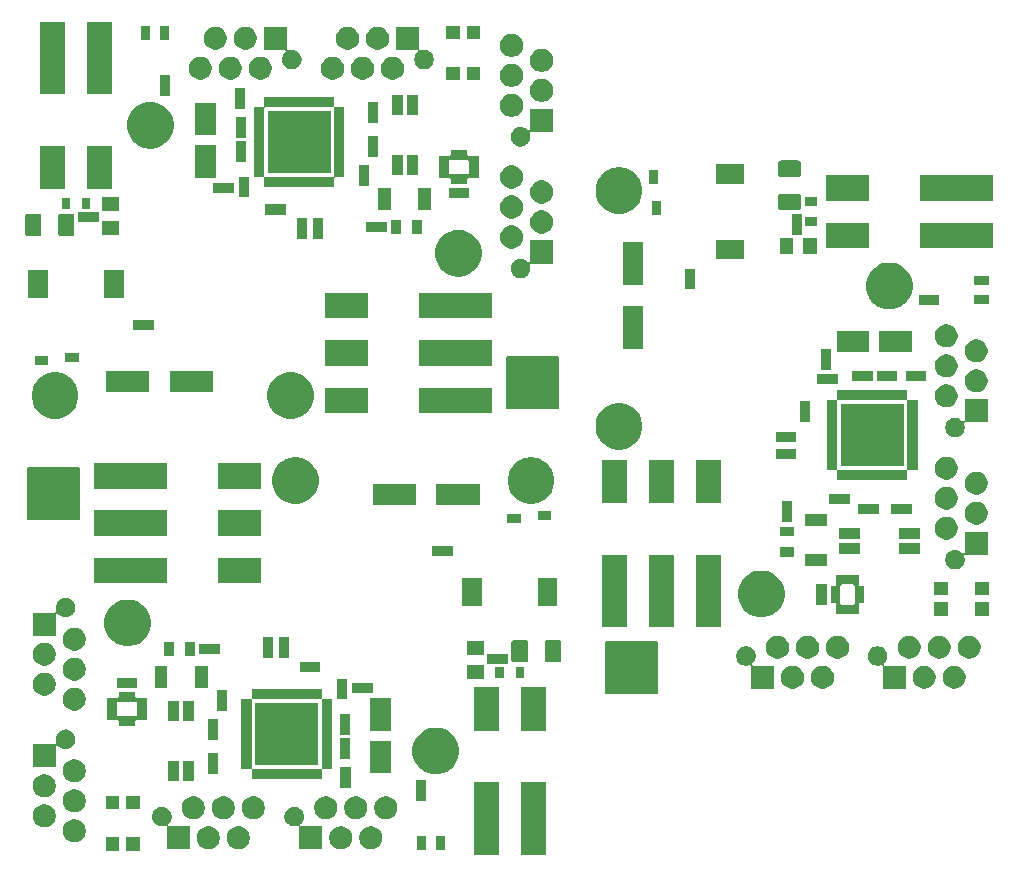
<source format=gts>
G04 #@! TF.GenerationSoftware,KiCad,Pcbnew,5.0.2-bee76a0~70~ubuntu18.04.1*
G04 #@! TF.CreationDate,2019-02-13T09:30:15+01:00*
G04 #@! TF.ProjectId,motorboard_panel_x3,6d6f746f-7262-46f6-9172-645f70616e65,rev?*
G04 #@! TF.SameCoordinates,Original*
G04 #@! TF.FileFunction,Soldermask,Top*
G04 #@! TF.FilePolarity,Negative*
%FSLAX46Y46*%
G04 Gerber Fmt 4.6, Leading zero omitted, Abs format (unit mm)*
G04 Created by KiCad (PCBNEW 5.0.2-bee76a0~70~ubuntu18.04.1) date Wed 13 Feb 2019 09:30:15 CET*
%MOMM*%
%LPD*%
G01*
G04 APERTURE LIST*
%ADD10C,0.150000*%
%ADD11C,0.100000*%
G04 APERTURE END LIST*
D10*
G36*
X89900000Y-116325000D02*
X89900000Y-120650000D01*
X85600000Y-120650000D01*
X85600000Y-116325000D01*
X89900000Y-116325000D01*
G37*
X89900000Y-116325000D02*
X89900000Y-120650000D01*
X85600000Y-120650000D01*
X85600000Y-116325000D01*
X89900000Y-116325000D01*
G36*
X134525000Y-131100000D02*
X138850000Y-131100000D01*
X138850000Y-135400000D01*
X134525000Y-135400000D01*
X134525000Y-131100000D01*
G37*
X134525000Y-131100000D02*
X138850000Y-131100000D01*
X138850000Y-135400000D01*
X134525000Y-135400000D01*
X134525000Y-131100000D01*
G36*
X126100000Y-111275000D02*
X126100000Y-106950000D01*
X130400000Y-106950000D01*
X130400000Y-111275000D01*
X126100000Y-111275000D01*
G37*
X126100000Y-111275000D02*
X126100000Y-106950000D01*
X130400000Y-106950000D01*
X130400000Y-111275000D01*
X126100000Y-111275000D01*
D11*
G36*
X129444700Y-149065200D02*
X127292300Y-149065200D01*
X127292300Y-142912800D01*
X129444700Y-142912800D01*
X129444700Y-149065200D01*
X129444700Y-149065200D01*
G37*
G36*
X125444700Y-149065200D02*
X123292300Y-149065200D01*
X123292300Y-142912800D01*
X125444700Y-142912800D01*
X125444700Y-149065200D01*
X125444700Y-149065200D01*
G37*
G36*
X93301200Y-148726200D02*
X92148800Y-148726200D01*
X92148800Y-147573800D01*
X93301200Y-147573800D01*
X93301200Y-148726200D01*
X93301200Y-148726200D01*
G37*
G36*
X95051200Y-148726200D02*
X93898800Y-148726200D01*
X93898800Y-147573800D01*
X95051200Y-147573800D01*
X95051200Y-148726200D01*
X95051200Y-148726200D01*
G37*
G36*
X119276200Y-148701200D02*
X118523800Y-148701200D01*
X118523800Y-147498800D01*
X119276200Y-147498800D01*
X119276200Y-148701200D01*
X119276200Y-148701200D01*
G37*
G36*
X120876200Y-148701200D02*
X120123800Y-148701200D01*
X120123800Y-147498800D01*
X120876200Y-147498800D01*
X120876200Y-148701200D01*
X120876200Y-148701200D01*
G37*
G36*
X108341008Y-145055502D02*
X108403292Y-145081301D01*
X108491375Y-145117786D01*
X108626707Y-145208212D01*
X108741788Y-145323293D01*
X108832214Y-145458625D01*
X108868699Y-145546708D01*
X108894498Y-145608992D01*
X108926250Y-145768621D01*
X108926250Y-145931379D01*
X108899722Y-146064747D01*
X108894498Y-146091007D01*
X108832214Y-146241375D01*
X108741788Y-146376707D01*
X108658083Y-146460412D01*
X108642537Y-146479354D01*
X108630986Y-146500965D01*
X108623873Y-146524414D01*
X108621471Y-146548800D01*
X108623873Y-146573186D01*
X108630986Y-146596635D01*
X108642537Y-146618246D01*
X108658083Y-146637188D01*
X108677025Y-146652734D01*
X108698636Y-146664285D01*
X108722085Y-146671398D01*
X108746471Y-146673800D01*
X110476200Y-146673800D01*
X110476200Y-148626200D01*
X108523800Y-148626200D01*
X108523800Y-146755858D01*
X108521398Y-146731472D01*
X108514285Y-146708023D01*
X108502734Y-146686412D01*
X108487188Y-146667470D01*
X108468246Y-146651924D01*
X108446635Y-146640373D01*
X108423186Y-146633260D01*
X108398800Y-146630858D01*
X108374414Y-146633260D01*
X108350967Y-146640373D01*
X108341008Y-146644498D01*
X108181380Y-146676250D01*
X108018620Y-146676250D01*
X107858992Y-146644498D01*
X107743441Y-146596635D01*
X107708625Y-146582214D01*
X107573293Y-146491788D01*
X107458212Y-146376707D01*
X107367786Y-146241375D01*
X107305502Y-146091007D01*
X107300279Y-146064747D01*
X107273750Y-145931379D01*
X107273750Y-145768621D01*
X107305502Y-145608992D01*
X107331301Y-145546708D01*
X107367786Y-145458625D01*
X107458212Y-145323293D01*
X107573293Y-145208212D01*
X107708625Y-145117786D01*
X107796708Y-145081301D01*
X107858992Y-145055502D01*
X108018620Y-145023750D01*
X108181380Y-145023750D01*
X108341008Y-145055502D01*
X108341008Y-145055502D01*
G37*
G36*
X114864747Y-146711315D02*
X115042404Y-146784902D01*
X115202294Y-146891738D01*
X115338262Y-147027706D01*
X115445098Y-147187596D01*
X115518685Y-147365253D01*
X115556200Y-147553852D01*
X115556200Y-147746148D01*
X115518685Y-147934747D01*
X115445098Y-148112404D01*
X115338262Y-148272294D01*
X115202294Y-148408262D01*
X115042404Y-148515098D01*
X114864747Y-148588685D01*
X114676148Y-148626200D01*
X114483852Y-148626200D01*
X114295253Y-148588685D01*
X114117596Y-148515098D01*
X113957706Y-148408262D01*
X113821738Y-148272294D01*
X113714902Y-148112404D01*
X113641315Y-147934747D01*
X113603800Y-147746148D01*
X113603800Y-147553852D01*
X113641315Y-147365253D01*
X113714902Y-147187596D01*
X113821738Y-147027706D01*
X113957706Y-146891738D01*
X114117596Y-146784902D01*
X114295253Y-146711315D01*
X114483852Y-146673800D01*
X114676148Y-146673800D01*
X114864747Y-146711315D01*
X114864747Y-146711315D01*
G37*
G36*
X112324747Y-146711315D02*
X112502404Y-146784902D01*
X112662294Y-146891738D01*
X112798262Y-147027706D01*
X112905098Y-147187596D01*
X112978685Y-147365253D01*
X113016200Y-147553852D01*
X113016200Y-147746148D01*
X112978685Y-147934747D01*
X112905098Y-148112404D01*
X112798262Y-148272294D01*
X112662294Y-148408262D01*
X112502404Y-148515098D01*
X112324747Y-148588685D01*
X112136148Y-148626200D01*
X111943852Y-148626200D01*
X111755253Y-148588685D01*
X111577596Y-148515098D01*
X111417706Y-148408262D01*
X111281738Y-148272294D01*
X111174902Y-148112404D01*
X111101315Y-147934747D01*
X111063800Y-147746148D01*
X111063800Y-147553852D01*
X111101315Y-147365253D01*
X111174902Y-147187596D01*
X111281738Y-147027706D01*
X111417706Y-146891738D01*
X111577596Y-146784902D01*
X111755253Y-146711315D01*
X111943852Y-146673800D01*
X112136148Y-146673800D01*
X112324747Y-146711315D01*
X112324747Y-146711315D01*
G37*
G36*
X97141008Y-145055502D02*
X97203292Y-145081301D01*
X97291375Y-145117786D01*
X97426707Y-145208212D01*
X97541788Y-145323293D01*
X97632214Y-145458625D01*
X97668699Y-145546708D01*
X97694498Y-145608992D01*
X97726250Y-145768621D01*
X97726250Y-145931379D01*
X97699722Y-146064747D01*
X97694498Y-146091007D01*
X97632214Y-146241375D01*
X97541788Y-146376707D01*
X97458083Y-146460412D01*
X97442537Y-146479354D01*
X97430986Y-146500965D01*
X97423873Y-146524414D01*
X97421471Y-146548800D01*
X97423873Y-146573186D01*
X97430986Y-146596635D01*
X97442537Y-146618246D01*
X97458083Y-146637188D01*
X97477025Y-146652734D01*
X97498636Y-146664285D01*
X97522085Y-146671398D01*
X97546471Y-146673800D01*
X99276200Y-146673800D01*
X99276200Y-148626200D01*
X97323800Y-148626200D01*
X97323800Y-146755858D01*
X97321398Y-146731472D01*
X97314285Y-146708023D01*
X97302734Y-146686412D01*
X97287188Y-146667470D01*
X97268246Y-146651924D01*
X97246635Y-146640373D01*
X97223186Y-146633260D01*
X97198800Y-146630858D01*
X97174414Y-146633260D01*
X97150967Y-146640373D01*
X97141008Y-146644498D01*
X96981380Y-146676250D01*
X96818620Y-146676250D01*
X96658992Y-146644498D01*
X96543441Y-146596635D01*
X96508625Y-146582214D01*
X96373293Y-146491788D01*
X96258212Y-146376707D01*
X96167786Y-146241375D01*
X96105502Y-146091007D01*
X96100279Y-146064747D01*
X96073750Y-145931379D01*
X96073750Y-145768621D01*
X96105502Y-145608992D01*
X96131301Y-145546708D01*
X96167786Y-145458625D01*
X96258212Y-145323293D01*
X96373293Y-145208212D01*
X96508625Y-145117786D01*
X96596708Y-145081301D01*
X96658992Y-145055502D01*
X96818620Y-145023750D01*
X96981380Y-145023750D01*
X97141008Y-145055502D01*
X97141008Y-145055502D01*
G37*
G36*
X101124747Y-146711315D02*
X101302404Y-146784902D01*
X101462294Y-146891738D01*
X101598262Y-147027706D01*
X101705098Y-147187596D01*
X101778685Y-147365253D01*
X101816200Y-147553852D01*
X101816200Y-147746148D01*
X101778685Y-147934747D01*
X101705098Y-148112404D01*
X101598262Y-148272294D01*
X101462294Y-148408262D01*
X101302404Y-148515098D01*
X101124747Y-148588685D01*
X100936148Y-148626200D01*
X100743852Y-148626200D01*
X100555253Y-148588685D01*
X100377596Y-148515098D01*
X100217706Y-148408262D01*
X100081738Y-148272294D01*
X99974902Y-148112404D01*
X99901315Y-147934747D01*
X99863800Y-147746148D01*
X99863800Y-147553852D01*
X99901315Y-147365253D01*
X99974902Y-147187596D01*
X100081738Y-147027706D01*
X100217706Y-146891738D01*
X100377596Y-146784902D01*
X100555253Y-146711315D01*
X100743852Y-146673800D01*
X100936148Y-146673800D01*
X101124747Y-146711315D01*
X101124747Y-146711315D01*
G37*
G36*
X103664747Y-146711315D02*
X103842404Y-146784902D01*
X104002294Y-146891738D01*
X104138262Y-147027706D01*
X104245098Y-147187596D01*
X104318685Y-147365253D01*
X104356200Y-147553852D01*
X104356200Y-147746148D01*
X104318685Y-147934747D01*
X104245098Y-148112404D01*
X104138262Y-148272294D01*
X104002294Y-148408262D01*
X103842404Y-148515098D01*
X103664747Y-148588685D01*
X103476148Y-148626200D01*
X103283852Y-148626200D01*
X103095253Y-148588685D01*
X102917596Y-148515098D01*
X102757706Y-148408262D01*
X102621738Y-148272294D01*
X102514902Y-148112404D01*
X102441315Y-147934747D01*
X102403800Y-147746148D01*
X102403800Y-147553852D01*
X102441315Y-147365253D01*
X102514902Y-147187596D01*
X102621738Y-147027706D01*
X102757706Y-146891738D01*
X102917596Y-146784902D01*
X103095253Y-146711315D01*
X103283852Y-146673800D01*
X103476148Y-146673800D01*
X103664747Y-146711315D01*
X103664747Y-146711315D01*
G37*
G36*
X89774747Y-146111315D02*
X89952404Y-146184902D01*
X90112294Y-146291738D01*
X90248262Y-146427706D01*
X90355098Y-146587596D01*
X90428685Y-146765253D01*
X90466200Y-146953852D01*
X90466200Y-147146148D01*
X90428685Y-147334747D01*
X90355098Y-147512404D01*
X90248262Y-147672294D01*
X90112294Y-147808262D01*
X89952404Y-147915098D01*
X89774747Y-147988685D01*
X89586148Y-148026200D01*
X89393852Y-148026200D01*
X89205253Y-147988685D01*
X89027596Y-147915098D01*
X88867706Y-147808262D01*
X88731738Y-147672294D01*
X88624902Y-147512404D01*
X88551315Y-147334747D01*
X88513800Y-147146148D01*
X88513800Y-146953852D01*
X88551315Y-146765253D01*
X88624902Y-146587596D01*
X88731738Y-146427706D01*
X88867706Y-146291738D01*
X89027596Y-146184902D01*
X89205253Y-146111315D01*
X89393852Y-146073800D01*
X89586148Y-146073800D01*
X89774747Y-146111315D01*
X89774747Y-146111315D01*
G37*
G36*
X87234747Y-144841315D02*
X87412404Y-144914902D01*
X87572294Y-145021738D01*
X87708262Y-145157706D01*
X87815098Y-145317596D01*
X87888685Y-145495253D01*
X87926200Y-145683852D01*
X87926200Y-145876148D01*
X87888685Y-146064747D01*
X87815098Y-146242404D01*
X87708262Y-146402294D01*
X87572294Y-146538262D01*
X87412404Y-146645098D01*
X87234747Y-146718685D01*
X87046148Y-146756200D01*
X86853852Y-146756200D01*
X86665253Y-146718685D01*
X86487596Y-146645098D01*
X86327706Y-146538262D01*
X86191738Y-146402294D01*
X86084902Y-146242404D01*
X86011315Y-146064747D01*
X85973800Y-145876148D01*
X85973800Y-145683852D01*
X86011315Y-145495253D01*
X86084902Y-145317596D01*
X86191738Y-145157706D01*
X86327706Y-145021738D01*
X86487596Y-144914902D01*
X86665253Y-144841315D01*
X86853852Y-144803800D01*
X87046148Y-144803800D01*
X87234747Y-144841315D01*
X87234747Y-144841315D01*
G37*
G36*
X113594747Y-144171315D02*
X113772404Y-144244902D01*
X113932294Y-144351738D01*
X114068262Y-144487706D01*
X114175098Y-144647596D01*
X114248685Y-144825253D01*
X114286200Y-145013852D01*
X114286200Y-145206148D01*
X114248685Y-145394747D01*
X114175098Y-145572404D01*
X114068262Y-145732294D01*
X113932294Y-145868262D01*
X113772404Y-145975098D01*
X113594747Y-146048685D01*
X113406148Y-146086200D01*
X113213852Y-146086200D01*
X113025253Y-146048685D01*
X112847596Y-145975098D01*
X112687706Y-145868262D01*
X112551738Y-145732294D01*
X112444902Y-145572404D01*
X112371315Y-145394747D01*
X112333800Y-145206148D01*
X112333800Y-145013852D01*
X112371315Y-144825253D01*
X112444902Y-144647596D01*
X112551738Y-144487706D01*
X112687706Y-144351738D01*
X112847596Y-144244902D01*
X113025253Y-144171315D01*
X113213852Y-144133800D01*
X113406148Y-144133800D01*
X113594747Y-144171315D01*
X113594747Y-144171315D01*
G37*
G36*
X116134747Y-144171315D02*
X116312404Y-144244902D01*
X116472294Y-144351738D01*
X116608262Y-144487706D01*
X116715098Y-144647596D01*
X116788685Y-144825253D01*
X116826200Y-145013852D01*
X116826200Y-145206148D01*
X116788685Y-145394747D01*
X116715098Y-145572404D01*
X116608262Y-145732294D01*
X116472294Y-145868262D01*
X116312404Y-145975098D01*
X116134747Y-146048685D01*
X115946148Y-146086200D01*
X115753852Y-146086200D01*
X115565253Y-146048685D01*
X115387596Y-145975098D01*
X115227706Y-145868262D01*
X115091738Y-145732294D01*
X114984902Y-145572404D01*
X114911315Y-145394747D01*
X114873800Y-145206148D01*
X114873800Y-145013852D01*
X114911315Y-144825253D01*
X114984902Y-144647596D01*
X115091738Y-144487706D01*
X115227706Y-144351738D01*
X115387596Y-144244902D01*
X115565253Y-144171315D01*
X115753852Y-144133800D01*
X115946148Y-144133800D01*
X116134747Y-144171315D01*
X116134747Y-144171315D01*
G37*
G36*
X104934747Y-144171315D02*
X105112404Y-144244902D01*
X105272294Y-144351738D01*
X105408262Y-144487706D01*
X105515098Y-144647596D01*
X105588685Y-144825253D01*
X105626200Y-145013852D01*
X105626200Y-145206148D01*
X105588685Y-145394747D01*
X105515098Y-145572404D01*
X105408262Y-145732294D01*
X105272294Y-145868262D01*
X105112404Y-145975098D01*
X104934747Y-146048685D01*
X104746148Y-146086200D01*
X104553852Y-146086200D01*
X104365253Y-146048685D01*
X104187596Y-145975098D01*
X104027706Y-145868262D01*
X103891738Y-145732294D01*
X103784902Y-145572404D01*
X103711315Y-145394747D01*
X103673800Y-145206148D01*
X103673800Y-145013852D01*
X103711315Y-144825253D01*
X103784902Y-144647596D01*
X103891738Y-144487706D01*
X104027706Y-144351738D01*
X104187596Y-144244902D01*
X104365253Y-144171315D01*
X104553852Y-144133800D01*
X104746148Y-144133800D01*
X104934747Y-144171315D01*
X104934747Y-144171315D01*
G37*
G36*
X111054747Y-144171315D02*
X111232404Y-144244902D01*
X111392294Y-144351738D01*
X111528262Y-144487706D01*
X111635098Y-144647596D01*
X111708685Y-144825253D01*
X111746200Y-145013852D01*
X111746200Y-145206148D01*
X111708685Y-145394747D01*
X111635098Y-145572404D01*
X111528262Y-145732294D01*
X111392294Y-145868262D01*
X111232404Y-145975098D01*
X111054747Y-146048685D01*
X110866148Y-146086200D01*
X110673852Y-146086200D01*
X110485253Y-146048685D01*
X110307596Y-145975098D01*
X110147706Y-145868262D01*
X110011738Y-145732294D01*
X109904902Y-145572404D01*
X109831315Y-145394747D01*
X109793800Y-145206148D01*
X109793800Y-145013852D01*
X109831315Y-144825253D01*
X109904902Y-144647596D01*
X110011738Y-144487706D01*
X110147706Y-144351738D01*
X110307596Y-144244902D01*
X110485253Y-144171315D01*
X110673852Y-144133800D01*
X110866148Y-144133800D01*
X111054747Y-144171315D01*
X111054747Y-144171315D01*
G37*
G36*
X99854747Y-144171315D02*
X100032404Y-144244902D01*
X100192294Y-144351738D01*
X100328262Y-144487706D01*
X100435098Y-144647596D01*
X100508685Y-144825253D01*
X100546200Y-145013852D01*
X100546200Y-145206148D01*
X100508685Y-145394747D01*
X100435098Y-145572404D01*
X100328262Y-145732294D01*
X100192294Y-145868262D01*
X100032404Y-145975098D01*
X99854747Y-146048685D01*
X99666148Y-146086200D01*
X99473852Y-146086200D01*
X99285253Y-146048685D01*
X99107596Y-145975098D01*
X98947706Y-145868262D01*
X98811738Y-145732294D01*
X98704902Y-145572404D01*
X98631315Y-145394747D01*
X98593800Y-145206148D01*
X98593800Y-145013852D01*
X98631315Y-144825253D01*
X98704902Y-144647596D01*
X98811738Y-144487706D01*
X98947706Y-144351738D01*
X99107596Y-144244902D01*
X99285253Y-144171315D01*
X99473852Y-144133800D01*
X99666148Y-144133800D01*
X99854747Y-144171315D01*
X99854747Y-144171315D01*
G37*
G36*
X102394747Y-144171315D02*
X102572404Y-144244902D01*
X102732294Y-144351738D01*
X102868262Y-144487706D01*
X102975098Y-144647596D01*
X103048685Y-144825253D01*
X103086200Y-145013852D01*
X103086200Y-145206148D01*
X103048685Y-145394747D01*
X102975098Y-145572404D01*
X102868262Y-145732294D01*
X102732294Y-145868262D01*
X102572404Y-145975098D01*
X102394747Y-146048685D01*
X102206148Y-146086200D01*
X102013852Y-146086200D01*
X101825253Y-146048685D01*
X101647596Y-145975098D01*
X101487706Y-145868262D01*
X101351738Y-145732294D01*
X101244902Y-145572404D01*
X101171315Y-145394747D01*
X101133800Y-145206148D01*
X101133800Y-145013852D01*
X101171315Y-144825253D01*
X101244902Y-144647596D01*
X101351738Y-144487706D01*
X101487706Y-144351738D01*
X101647596Y-144244902D01*
X101825253Y-144171315D01*
X102013852Y-144133800D01*
X102206148Y-144133800D01*
X102394747Y-144171315D01*
X102394747Y-144171315D01*
G37*
G36*
X89774747Y-143571315D02*
X89952404Y-143644902D01*
X90112294Y-143751738D01*
X90248262Y-143887706D01*
X90355098Y-144047596D01*
X90428685Y-144225253D01*
X90466200Y-144413852D01*
X90466200Y-144606148D01*
X90428685Y-144794747D01*
X90355098Y-144972404D01*
X90248262Y-145132294D01*
X90112294Y-145268262D01*
X89952404Y-145375098D01*
X89774747Y-145448685D01*
X89586148Y-145486200D01*
X89393852Y-145486200D01*
X89205253Y-145448685D01*
X89027596Y-145375098D01*
X88867706Y-145268262D01*
X88731738Y-145132294D01*
X88624902Y-144972404D01*
X88551315Y-144794747D01*
X88513800Y-144606148D01*
X88513800Y-144413852D01*
X88551315Y-144225253D01*
X88624902Y-144047596D01*
X88731738Y-143887706D01*
X88867706Y-143751738D01*
X89027596Y-143644902D01*
X89205253Y-143571315D01*
X89393852Y-143533800D01*
X89586148Y-143533800D01*
X89774747Y-143571315D01*
X89774747Y-143571315D01*
G37*
G36*
X93301200Y-145226200D02*
X92148800Y-145226200D01*
X92148800Y-144073800D01*
X93301200Y-144073800D01*
X93301200Y-145226200D01*
X93301200Y-145226200D01*
G37*
G36*
X95051200Y-145226200D02*
X93898800Y-145226200D01*
X93898800Y-144073800D01*
X95051200Y-144073800D01*
X95051200Y-145226200D01*
X95051200Y-145226200D01*
G37*
G36*
X119276200Y-144526200D02*
X118423800Y-144526200D01*
X118423800Y-142773800D01*
X119276200Y-142773800D01*
X119276200Y-144526200D01*
X119276200Y-144526200D01*
G37*
G36*
X87234747Y-142301315D02*
X87412404Y-142374902D01*
X87572294Y-142481738D01*
X87708262Y-142617706D01*
X87815098Y-142777596D01*
X87888685Y-142955253D01*
X87926200Y-143143852D01*
X87926200Y-143336148D01*
X87888685Y-143524747D01*
X87815098Y-143702404D01*
X87708262Y-143862294D01*
X87572294Y-143998262D01*
X87412404Y-144105098D01*
X87234747Y-144178685D01*
X87046148Y-144216200D01*
X86853852Y-144216200D01*
X86665253Y-144178685D01*
X86487596Y-144105098D01*
X86327706Y-143998262D01*
X86191738Y-143862294D01*
X86084902Y-143702404D01*
X86011315Y-143524747D01*
X85973800Y-143336148D01*
X85973800Y-143143852D01*
X86011315Y-142955253D01*
X86084902Y-142777596D01*
X86191738Y-142617706D01*
X86327706Y-142481738D01*
X86487596Y-142374902D01*
X86665253Y-142301315D01*
X86853852Y-142263800D01*
X87046148Y-142263800D01*
X87234747Y-142301315D01*
X87234747Y-142301315D01*
G37*
G36*
X112876200Y-143426200D02*
X112023800Y-143426200D01*
X112023800Y-141673800D01*
X112876200Y-141673800D01*
X112876200Y-143426200D01*
X112876200Y-143426200D01*
G37*
G36*
X89774747Y-141031315D02*
X89952404Y-141104902D01*
X90112294Y-141211738D01*
X90248262Y-141347706D01*
X90355098Y-141507596D01*
X90428685Y-141685253D01*
X90466200Y-141873852D01*
X90466200Y-142066148D01*
X90428685Y-142254747D01*
X90355098Y-142432404D01*
X90248262Y-142592294D01*
X90112294Y-142728262D01*
X89952404Y-142835098D01*
X89774747Y-142908685D01*
X89586148Y-142946200D01*
X89393852Y-142946200D01*
X89205253Y-142908685D01*
X89027596Y-142835098D01*
X88867706Y-142728262D01*
X88731738Y-142592294D01*
X88624902Y-142432404D01*
X88551315Y-142254747D01*
X88513800Y-142066148D01*
X88513800Y-141873852D01*
X88551315Y-141685253D01*
X88624902Y-141507596D01*
X88731738Y-141347706D01*
X88867706Y-141211738D01*
X89027596Y-141104902D01*
X89205253Y-141031315D01*
X89393852Y-140993800D01*
X89586148Y-140993800D01*
X89774747Y-141031315D01*
X89774747Y-141031315D01*
G37*
G36*
X98321200Y-142866200D02*
X97408800Y-142866200D01*
X97408800Y-141113800D01*
X98321200Y-141113800D01*
X98321200Y-142866200D01*
X98321200Y-142866200D01*
G37*
G36*
X99591200Y-142866200D02*
X98678800Y-142866200D01*
X98678800Y-141113800D01*
X99591200Y-141113800D01*
X99591200Y-142866200D01*
X99591200Y-142866200D01*
G37*
G36*
X110418700Y-135776300D02*
X110421102Y-135800686D01*
X110428215Y-135824135D01*
X110439766Y-135845746D01*
X110455312Y-135864688D01*
X110474254Y-135880234D01*
X110495865Y-135891785D01*
X110519314Y-135898898D01*
X110543700Y-135901300D01*
X111293700Y-135901300D01*
X111293700Y-141803700D01*
X110543700Y-141803700D01*
X110519314Y-141806102D01*
X110495865Y-141813215D01*
X110474254Y-141824766D01*
X110455312Y-141840312D01*
X110439766Y-141859254D01*
X110428215Y-141880865D01*
X110421102Y-141904314D01*
X110418700Y-141928700D01*
X110418700Y-142678700D01*
X104516300Y-142678700D01*
X104516300Y-141928700D01*
X104513898Y-141904314D01*
X104506785Y-141880865D01*
X104495234Y-141859254D01*
X104479688Y-141840312D01*
X104460746Y-141824766D01*
X104439135Y-141813215D01*
X104415686Y-141806102D01*
X104391300Y-141803700D01*
X103641300Y-141803700D01*
X103641300Y-136003700D01*
X104493700Y-136003700D01*
X104493700Y-141701300D01*
X104496102Y-141725686D01*
X104503215Y-141749135D01*
X104514766Y-141770746D01*
X104530312Y-141789688D01*
X104549254Y-141805234D01*
X104570865Y-141816785D01*
X104594314Y-141823898D01*
X104618700Y-141826300D01*
X110316300Y-141826300D01*
X110340686Y-141823898D01*
X110364135Y-141816785D01*
X110385746Y-141805234D01*
X110404688Y-141789688D01*
X110420234Y-141770746D01*
X110431785Y-141749135D01*
X110438898Y-141725686D01*
X110441300Y-141701300D01*
X110441300Y-136003700D01*
X110438898Y-135979314D01*
X110431785Y-135955865D01*
X110420234Y-135934254D01*
X110404688Y-135915312D01*
X110385746Y-135899766D01*
X110364135Y-135888215D01*
X110340686Y-135881102D01*
X110316300Y-135878700D01*
X104618700Y-135878700D01*
X104594314Y-135881102D01*
X104570865Y-135888215D01*
X104549254Y-135899766D01*
X104530312Y-135915312D01*
X104514766Y-135934254D01*
X104503215Y-135955865D01*
X104496102Y-135979314D01*
X104493700Y-136003700D01*
X103641300Y-136003700D01*
X103641300Y-135901300D01*
X104391300Y-135901300D01*
X104415686Y-135898898D01*
X104439135Y-135891785D01*
X104460746Y-135880234D01*
X104479688Y-135864688D01*
X104495234Y-135845746D01*
X104506785Y-135824135D01*
X104513898Y-135800686D01*
X104516300Y-135776300D01*
X104516300Y-135026300D01*
X110418700Y-135026300D01*
X110418700Y-135776300D01*
X110418700Y-135776300D01*
G37*
G36*
X110118700Y-141503700D02*
X104816300Y-141503700D01*
X104816300Y-136201300D01*
X110118700Y-136201300D01*
X110118700Y-141503700D01*
X110118700Y-141503700D01*
G37*
G36*
X120467537Y-138348972D02*
X120658436Y-138386944D01*
X121018082Y-138535914D01*
X121339573Y-138750728D01*
X121341757Y-138752187D01*
X121617013Y-139027443D01*
X121617015Y-139027446D01*
X121833286Y-139351118D01*
X121982256Y-139710764D01*
X122058200Y-140092561D01*
X122058200Y-140481839D01*
X121982256Y-140863636D01*
X121833286Y-141223282D01*
X121831336Y-141226200D01*
X121617013Y-141546957D01*
X121341757Y-141822213D01*
X121341754Y-141822215D01*
X121018082Y-142038486D01*
X120658436Y-142187456D01*
X120467537Y-142225428D01*
X120276640Y-142263400D01*
X119887360Y-142263400D01*
X119696463Y-142225428D01*
X119505564Y-142187456D01*
X119145918Y-142038486D01*
X118822246Y-141822215D01*
X118822243Y-141822213D01*
X118546987Y-141546957D01*
X118332664Y-141226200D01*
X118330714Y-141223282D01*
X118181744Y-140863636D01*
X118105800Y-140481839D01*
X118105800Y-140092561D01*
X118181744Y-139710764D01*
X118330714Y-139351118D01*
X118546985Y-139027446D01*
X118546987Y-139027443D01*
X118822243Y-138752187D01*
X118824427Y-138750728D01*
X119145918Y-138535914D01*
X119505564Y-138386944D01*
X119696463Y-138348972D01*
X119887360Y-138311000D01*
X120276640Y-138311000D01*
X120467537Y-138348972D01*
X120467537Y-138348972D01*
G37*
G36*
X101626200Y-142226200D02*
X100773800Y-142226200D01*
X100773800Y-140473800D01*
X101626200Y-140473800D01*
X101626200Y-142226200D01*
X101626200Y-142226200D01*
G37*
G36*
X116276200Y-142176200D02*
X114523800Y-142176200D01*
X114523800Y-139423800D01*
X116276200Y-139423800D01*
X116276200Y-142176200D01*
X116276200Y-142176200D01*
G37*
G36*
X88911193Y-138489626D02*
X88991008Y-138505502D01*
X89053292Y-138531301D01*
X89141375Y-138567786D01*
X89276707Y-138658212D01*
X89391788Y-138773293D01*
X89482214Y-138908625D01*
X89544498Y-139058993D01*
X89576250Y-139218620D01*
X89576250Y-139381380D01*
X89567812Y-139423800D01*
X89544498Y-139541008D01*
X89520560Y-139598800D01*
X89482214Y-139691375D01*
X89391788Y-139826707D01*
X89276707Y-139941788D01*
X89141375Y-140032214D01*
X89065119Y-140063800D01*
X88991008Y-140094498D01*
X88911193Y-140110374D01*
X88831380Y-140126250D01*
X88668620Y-140126250D01*
X88588807Y-140110374D01*
X88508992Y-140094498D01*
X88434881Y-140063800D01*
X88358625Y-140032214D01*
X88223293Y-139941788D01*
X88139588Y-139858083D01*
X88120646Y-139842537D01*
X88099035Y-139830986D01*
X88075586Y-139823873D01*
X88051200Y-139821471D01*
X88026814Y-139823873D01*
X88003365Y-139830986D01*
X87981754Y-139842537D01*
X87962812Y-139858083D01*
X87947266Y-139877025D01*
X87935715Y-139898636D01*
X87928602Y-139922085D01*
X87926200Y-139946471D01*
X87926200Y-141676200D01*
X85973800Y-141676200D01*
X85973800Y-139723800D01*
X87844142Y-139723800D01*
X87868528Y-139721398D01*
X87891977Y-139714285D01*
X87913588Y-139702734D01*
X87932530Y-139687188D01*
X87948076Y-139668246D01*
X87959627Y-139646635D01*
X87966740Y-139623186D01*
X87969142Y-139598800D01*
X87966740Y-139574414D01*
X87959626Y-139550963D01*
X87955502Y-139541007D01*
X87923750Y-139381380D01*
X87923750Y-139218620D01*
X87955502Y-139058993D01*
X88017786Y-138908625D01*
X88108212Y-138773293D01*
X88223293Y-138658212D01*
X88358625Y-138567786D01*
X88446708Y-138531301D01*
X88508992Y-138505502D01*
X88588807Y-138489626D01*
X88668620Y-138473750D01*
X88831380Y-138473750D01*
X88911193Y-138489626D01*
X88911193Y-138489626D01*
G37*
G36*
X112851200Y-140976200D02*
X111998800Y-140976200D01*
X111998800Y-139223800D01*
X112851200Y-139223800D01*
X112851200Y-140976200D01*
X112851200Y-140976200D01*
G37*
G36*
X101626200Y-139376200D02*
X100773800Y-139376200D01*
X100773800Y-137623800D01*
X101626200Y-137623800D01*
X101626200Y-139376200D01*
X101626200Y-139376200D01*
G37*
G36*
X112851200Y-138926200D02*
X111998800Y-138926200D01*
X111998800Y-137173800D01*
X112851200Y-137173800D01*
X112851200Y-138926200D01*
X112851200Y-138926200D01*
G37*
G36*
X116276200Y-138576200D02*
X114523800Y-138576200D01*
X114523800Y-135823800D01*
X116276200Y-135823800D01*
X116276200Y-138576200D01*
X116276200Y-138576200D01*
G37*
G36*
X129444700Y-138565200D02*
X127292300Y-138565200D01*
X127292300Y-134912800D01*
X129444700Y-134912800D01*
X129444700Y-138565200D01*
X129444700Y-138565200D01*
G37*
G36*
X125444700Y-138565200D02*
X123292300Y-138565200D01*
X123292300Y-134912800D01*
X125444700Y-134912800D01*
X125444700Y-138565200D01*
X125444700Y-138565200D01*
G37*
G36*
X94651200Y-135673800D02*
X94653602Y-135698186D01*
X94660715Y-135721635D01*
X94672266Y-135743246D01*
X94687812Y-135762188D01*
X94706754Y-135777734D01*
X94728365Y-135789285D01*
X94751814Y-135796398D01*
X94776200Y-135798800D01*
X95626200Y-135798800D01*
X95626200Y-137701200D01*
X94776200Y-137701200D01*
X94751814Y-137703602D01*
X94728365Y-137710715D01*
X94706754Y-137722266D01*
X94687812Y-137737812D01*
X94672266Y-137756754D01*
X94660715Y-137778365D01*
X94653602Y-137801814D01*
X94651200Y-137826200D01*
X94651200Y-138176200D01*
X93248800Y-138176200D01*
X93248800Y-137826200D01*
X93246398Y-137801814D01*
X93239285Y-137778365D01*
X93227734Y-137756754D01*
X93212188Y-137737812D01*
X93193246Y-137722266D01*
X93171635Y-137710715D01*
X93148186Y-137703602D01*
X93123800Y-137701200D01*
X92273800Y-137701200D01*
X92273800Y-136276200D01*
X93101200Y-136276200D01*
X93101200Y-137223800D01*
X93103602Y-137248186D01*
X93110715Y-137271635D01*
X93122266Y-137293246D01*
X93137812Y-137312188D01*
X93156754Y-137327734D01*
X93178365Y-137339285D01*
X93201814Y-137346398D01*
X93226200Y-137348800D01*
X94673800Y-137348800D01*
X94698186Y-137346398D01*
X94721635Y-137339285D01*
X94743246Y-137327734D01*
X94762188Y-137312188D01*
X94777734Y-137293246D01*
X94789285Y-137271635D01*
X94796398Y-137248186D01*
X94798800Y-137223800D01*
X94798800Y-136276200D01*
X94796398Y-136251814D01*
X94789285Y-136228365D01*
X94777734Y-136206754D01*
X94762188Y-136187812D01*
X94743246Y-136172266D01*
X94721635Y-136160715D01*
X94698186Y-136153602D01*
X94673800Y-136151200D01*
X93226200Y-136151200D01*
X93201814Y-136153602D01*
X93178365Y-136160715D01*
X93156754Y-136172266D01*
X93137812Y-136187812D01*
X93122266Y-136206754D01*
X93110715Y-136228365D01*
X93103602Y-136251814D01*
X93101200Y-136276200D01*
X92273800Y-136276200D01*
X92273800Y-135798800D01*
X93123800Y-135798800D01*
X93148186Y-135796398D01*
X93171635Y-135789285D01*
X93193246Y-135777734D01*
X93212188Y-135762188D01*
X93227734Y-135743246D01*
X93239285Y-135721635D01*
X93246398Y-135698186D01*
X93248800Y-135673800D01*
X93248800Y-135323800D01*
X94651200Y-135323800D01*
X94651200Y-135673800D01*
X94651200Y-135673800D01*
G37*
G36*
X98321200Y-137786200D02*
X97408800Y-137786200D01*
X97408800Y-136033800D01*
X98321200Y-136033800D01*
X98321200Y-137786200D01*
X98321200Y-137786200D01*
G37*
G36*
X99591200Y-137786200D02*
X98678800Y-137786200D01*
X98678800Y-136033800D01*
X99591200Y-136033800D01*
X99591200Y-137786200D01*
X99591200Y-137786200D01*
G37*
G36*
X102426200Y-136926200D02*
X101573800Y-136926200D01*
X101573800Y-135173800D01*
X102426200Y-135173800D01*
X102426200Y-136926200D01*
X102426200Y-136926200D01*
G37*
G36*
X89774747Y-134961315D02*
X89952404Y-135034902D01*
X90112294Y-135141738D01*
X90248262Y-135277706D01*
X90355098Y-135437596D01*
X90428685Y-135615253D01*
X90466200Y-135803852D01*
X90466200Y-135996148D01*
X90428685Y-136184747D01*
X90355098Y-136362404D01*
X90248262Y-136522294D01*
X90112294Y-136658262D01*
X89952404Y-136765098D01*
X89774747Y-136838685D01*
X89586148Y-136876200D01*
X89393852Y-136876200D01*
X89205253Y-136838685D01*
X89027596Y-136765098D01*
X88867706Y-136658262D01*
X88731738Y-136522294D01*
X88624902Y-136362404D01*
X88551315Y-136184747D01*
X88513800Y-135996148D01*
X88513800Y-135803852D01*
X88551315Y-135615253D01*
X88624902Y-135437596D01*
X88731738Y-135277706D01*
X88867706Y-135141738D01*
X89027596Y-135034902D01*
X89205253Y-134961315D01*
X89393852Y-134923800D01*
X89586148Y-134923800D01*
X89774747Y-134961315D01*
X89774747Y-134961315D01*
G37*
G36*
X112586200Y-135936200D02*
X111733800Y-135936200D01*
X111733800Y-134183800D01*
X112586200Y-134183800D01*
X112586200Y-135936200D01*
X112586200Y-135936200D01*
G37*
G36*
X87234747Y-133691315D02*
X87412404Y-133764902D01*
X87572294Y-133871738D01*
X87708262Y-134007706D01*
X87815098Y-134167596D01*
X87888685Y-134345253D01*
X87926200Y-134533852D01*
X87926200Y-134726148D01*
X87888685Y-134914747D01*
X87815098Y-135092404D01*
X87708262Y-135252294D01*
X87572294Y-135388262D01*
X87412404Y-135495098D01*
X87234747Y-135568685D01*
X87046148Y-135606200D01*
X86853852Y-135606200D01*
X86665253Y-135568685D01*
X86487596Y-135495098D01*
X86327706Y-135388262D01*
X86191738Y-135252294D01*
X86084902Y-135092404D01*
X86011315Y-134914747D01*
X85973800Y-134726148D01*
X85973800Y-134533852D01*
X86011315Y-134345253D01*
X86084902Y-134167596D01*
X86191738Y-134007706D01*
X86327706Y-133871738D01*
X86487596Y-133764902D01*
X86665253Y-133691315D01*
X86853852Y-133653800D01*
X87046148Y-133653800D01*
X87234747Y-133691315D01*
X87234747Y-133691315D01*
G37*
G36*
X114751200Y-135376200D02*
X112998800Y-135376200D01*
X112998800Y-134523800D01*
X114751200Y-134523800D01*
X114751200Y-135376200D01*
X114751200Y-135376200D01*
G37*
G36*
X164264747Y-133111315D02*
X164442404Y-133184902D01*
X164602294Y-133291738D01*
X164738262Y-133427706D01*
X164845098Y-133587596D01*
X164918685Y-133765253D01*
X164956200Y-133953852D01*
X164956200Y-134146148D01*
X164918685Y-134334747D01*
X164845098Y-134512404D01*
X164738262Y-134672294D01*
X164602294Y-134808262D01*
X164442404Y-134915098D01*
X164264747Y-134988685D01*
X164076148Y-135026200D01*
X163883852Y-135026200D01*
X163695253Y-134988685D01*
X163517596Y-134915098D01*
X163357706Y-134808262D01*
X163221738Y-134672294D01*
X163114902Y-134512404D01*
X163041315Y-134334747D01*
X163003800Y-134146148D01*
X163003800Y-133953852D01*
X163041315Y-133765253D01*
X163114902Y-133587596D01*
X163221738Y-133427706D01*
X163357706Y-133291738D01*
X163517596Y-133184902D01*
X163695253Y-133111315D01*
X163883852Y-133073800D01*
X164076148Y-133073800D01*
X164264747Y-133111315D01*
X164264747Y-133111315D01*
G37*
G36*
X153114747Y-133111315D02*
X153292404Y-133184902D01*
X153452294Y-133291738D01*
X153588262Y-133427706D01*
X153695098Y-133587596D01*
X153768685Y-133765253D01*
X153806200Y-133953852D01*
X153806200Y-134146148D01*
X153768685Y-134334747D01*
X153695098Y-134512404D01*
X153588262Y-134672294D01*
X153452294Y-134808262D01*
X153292404Y-134915098D01*
X153114747Y-134988685D01*
X152926148Y-135026200D01*
X152733852Y-135026200D01*
X152545253Y-134988685D01*
X152367596Y-134915098D01*
X152207706Y-134808262D01*
X152071738Y-134672294D01*
X151964902Y-134512404D01*
X151891315Y-134334747D01*
X151853800Y-134146148D01*
X151853800Y-133953852D01*
X151891315Y-133765253D01*
X151964902Y-133587596D01*
X152071738Y-133427706D01*
X152207706Y-133291738D01*
X152367596Y-133184902D01*
X152545253Y-133111315D01*
X152733852Y-133073800D01*
X152926148Y-133073800D01*
X153114747Y-133111315D01*
X153114747Y-133111315D01*
G37*
G36*
X157741008Y-131455502D02*
X157770478Y-131467709D01*
X157891375Y-131517786D01*
X158026707Y-131608212D01*
X158141788Y-131723293D01*
X158232214Y-131858625D01*
X158268699Y-131946708D01*
X158288227Y-131993852D01*
X158294498Y-132008993D01*
X158325968Y-132167200D01*
X158326250Y-132168621D01*
X158326250Y-132331379D01*
X158294498Y-132491008D01*
X158282191Y-132520720D01*
X158232214Y-132641375D01*
X158141788Y-132776707D01*
X158058083Y-132860412D01*
X158042537Y-132879354D01*
X158030986Y-132900965D01*
X158023873Y-132924414D01*
X158021471Y-132948800D01*
X158023873Y-132973186D01*
X158030986Y-132996635D01*
X158042537Y-133018246D01*
X158058083Y-133037188D01*
X158077025Y-133052734D01*
X158098636Y-133064285D01*
X158122085Y-133071398D01*
X158146471Y-133073800D01*
X159876200Y-133073800D01*
X159876200Y-135026200D01*
X157923800Y-135026200D01*
X157923800Y-133155858D01*
X157921398Y-133131472D01*
X157914285Y-133108023D01*
X157902734Y-133086412D01*
X157887188Y-133067470D01*
X157868246Y-133051924D01*
X157846635Y-133040373D01*
X157823186Y-133033260D01*
X157798800Y-133030858D01*
X157774414Y-133033260D01*
X157750967Y-133040373D01*
X157741008Y-133044498D01*
X157581380Y-133076250D01*
X157418620Y-133076250D01*
X157258992Y-133044498D01*
X157143441Y-132996635D01*
X157108625Y-132982214D01*
X156973293Y-132891788D01*
X156858212Y-132776707D01*
X156767786Y-132641375D01*
X156717809Y-132520720D01*
X156705502Y-132491008D01*
X156673750Y-132331379D01*
X156673750Y-132168621D01*
X156674033Y-132167200D01*
X156705502Y-132008993D01*
X156711774Y-131993852D01*
X156731301Y-131946708D01*
X156767786Y-131858625D01*
X156858212Y-131723293D01*
X156973293Y-131608212D01*
X157108625Y-131517786D01*
X157229522Y-131467709D01*
X157258992Y-131455502D01*
X157418620Y-131423750D01*
X157581380Y-131423750D01*
X157741008Y-131455502D01*
X157741008Y-131455502D01*
G37*
G36*
X150574747Y-133111315D02*
X150752404Y-133184902D01*
X150912294Y-133291738D01*
X151048262Y-133427706D01*
X151155098Y-133587596D01*
X151228685Y-133765253D01*
X151266200Y-133953852D01*
X151266200Y-134146148D01*
X151228685Y-134334747D01*
X151155098Y-134512404D01*
X151048262Y-134672294D01*
X150912294Y-134808262D01*
X150752404Y-134915098D01*
X150574747Y-134988685D01*
X150386148Y-135026200D01*
X150193852Y-135026200D01*
X150005253Y-134988685D01*
X149827596Y-134915098D01*
X149667706Y-134808262D01*
X149531738Y-134672294D01*
X149424902Y-134512404D01*
X149351315Y-134334747D01*
X149313800Y-134146148D01*
X149313800Y-133953852D01*
X149351315Y-133765253D01*
X149424902Y-133587596D01*
X149531738Y-133427706D01*
X149667706Y-133291738D01*
X149827596Y-133184902D01*
X150005253Y-133111315D01*
X150193852Y-133073800D01*
X150386148Y-133073800D01*
X150574747Y-133111315D01*
X150574747Y-133111315D01*
G37*
G36*
X146591008Y-131455502D02*
X146620478Y-131467709D01*
X146741375Y-131517786D01*
X146876707Y-131608212D01*
X146991788Y-131723293D01*
X147082214Y-131858625D01*
X147118699Y-131946708D01*
X147138227Y-131993852D01*
X147144498Y-132008993D01*
X147175968Y-132167200D01*
X147176250Y-132168621D01*
X147176250Y-132331379D01*
X147144498Y-132491008D01*
X147132191Y-132520720D01*
X147082214Y-132641375D01*
X146991788Y-132776707D01*
X146908083Y-132860412D01*
X146892537Y-132879354D01*
X146880986Y-132900965D01*
X146873873Y-132924414D01*
X146871471Y-132948800D01*
X146873873Y-132973186D01*
X146880986Y-132996635D01*
X146892537Y-133018246D01*
X146908083Y-133037188D01*
X146927025Y-133052734D01*
X146948636Y-133064285D01*
X146972085Y-133071398D01*
X146996471Y-133073800D01*
X148726200Y-133073800D01*
X148726200Y-135026200D01*
X146773800Y-135026200D01*
X146773800Y-133155858D01*
X146771398Y-133131472D01*
X146764285Y-133108023D01*
X146752734Y-133086412D01*
X146737188Y-133067470D01*
X146718246Y-133051924D01*
X146696635Y-133040373D01*
X146673186Y-133033260D01*
X146648800Y-133030858D01*
X146624414Y-133033260D01*
X146600967Y-133040373D01*
X146591008Y-133044498D01*
X146431380Y-133076250D01*
X146268620Y-133076250D01*
X146108992Y-133044498D01*
X145993441Y-132996635D01*
X145958625Y-132982214D01*
X145823293Y-132891788D01*
X145708212Y-132776707D01*
X145617786Y-132641375D01*
X145567809Y-132520720D01*
X145555502Y-132491008D01*
X145523750Y-132331379D01*
X145523750Y-132168621D01*
X145524033Y-132167200D01*
X145555502Y-132008993D01*
X145561774Y-131993852D01*
X145581301Y-131946708D01*
X145617786Y-131858625D01*
X145708212Y-131723293D01*
X145823293Y-131608212D01*
X145958625Y-131517786D01*
X146079522Y-131467709D01*
X146108992Y-131455502D01*
X146268620Y-131423750D01*
X146431380Y-131423750D01*
X146591008Y-131455502D01*
X146591008Y-131455502D01*
G37*
G36*
X161724747Y-133111315D02*
X161902404Y-133184902D01*
X162062294Y-133291738D01*
X162198262Y-133427706D01*
X162305098Y-133587596D01*
X162378685Y-133765253D01*
X162416200Y-133953852D01*
X162416200Y-134146148D01*
X162378685Y-134334747D01*
X162305098Y-134512404D01*
X162198262Y-134672294D01*
X162062294Y-134808262D01*
X161902404Y-134915098D01*
X161724747Y-134988685D01*
X161536148Y-135026200D01*
X161343852Y-135026200D01*
X161155253Y-134988685D01*
X160977596Y-134915098D01*
X160817706Y-134808262D01*
X160681738Y-134672294D01*
X160574902Y-134512404D01*
X160501315Y-134334747D01*
X160463800Y-134146148D01*
X160463800Y-133953852D01*
X160501315Y-133765253D01*
X160574902Y-133587596D01*
X160681738Y-133427706D01*
X160817706Y-133291738D01*
X160977596Y-133184902D01*
X161155253Y-133111315D01*
X161343852Y-133073800D01*
X161536148Y-133073800D01*
X161724747Y-133111315D01*
X161724747Y-133111315D01*
G37*
G36*
X100776200Y-134976200D02*
X99723800Y-134976200D01*
X99723800Y-133123800D01*
X100776200Y-133123800D01*
X100776200Y-134976200D01*
X100776200Y-134976200D01*
G37*
G36*
X94826200Y-134976200D02*
X93073800Y-134976200D01*
X93073800Y-134123800D01*
X94826200Y-134123800D01*
X94826200Y-134976200D01*
X94826200Y-134976200D01*
G37*
G36*
X97376200Y-134976200D02*
X96323800Y-134976200D01*
X96323800Y-133123800D01*
X97376200Y-133123800D01*
X97376200Y-134976200D01*
X97376200Y-134976200D01*
G37*
G36*
X89774747Y-132421315D02*
X89952404Y-132494902D01*
X90112294Y-132601738D01*
X90248262Y-132737706D01*
X90355098Y-132897596D01*
X90428685Y-133075253D01*
X90466200Y-133263852D01*
X90466200Y-133456148D01*
X90428685Y-133644747D01*
X90355098Y-133822404D01*
X90248262Y-133982294D01*
X90112294Y-134118262D01*
X89952404Y-134225098D01*
X89774747Y-134298685D01*
X89586148Y-134336200D01*
X89393852Y-134336200D01*
X89205253Y-134298685D01*
X89027596Y-134225098D01*
X88867706Y-134118262D01*
X88731738Y-133982294D01*
X88624902Y-133822404D01*
X88551315Y-133644747D01*
X88513800Y-133456148D01*
X88513800Y-133263852D01*
X88551315Y-133075253D01*
X88624902Y-132897596D01*
X88731738Y-132737706D01*
X88867706Y-132601738D01*
X89027596Y-132494902D01*
X89205253Y-132421315D01*
X89393852Y-132383800D01*
X89586148Y-132383800D01*
X89774747Y-132421315D01*
X89774747Y-132421315D01*
G37*
G36*
X124151200Y-134167200D02*
X122748800Y-134167200D01*
X122748800Y-133014800D01*
X124151200Y-133014800D01*
X124151200Y-134167200D01*
X124151200Y-134167200D01*
G37*
G36*
X127594700Y-134146700D02*
X126842300Y-134146700D01*
X126842300Y-133194300D01*
X127594700Y-133194300D01*
X127594700Y-134146700D01*
X127594700Y-134146700D01*
G37*
G36*
X125894700Y-134146700D02*
X125142300Y-134146700D01*
X125142300Y-133194300D01*
X125894700Y-133194300D01*
X125894700Y-134146700D01*
X125894700Y-134146700D01*
G37*
G36*
X110326200Y-133576200D02*
X108573800Y-133576200D01*
X108573800Y-132723800D01*
X110326200Y-132723800D01*
X110326200Y-133576200D01*
X110326200Y-133576200D01*
G37*
G36*
X87234747Y-131151315D02*
X87412404Y-131224902D01*
X87572294Y-131331738D01*
X87708262Y-131467706D01*
X87815098Y-131627596D01*
X87888685Y-131805253D01*
X87926200Y-131993852D01*
X87926200Y-132186148D01*
X87888685Y-132374747D01*
X87815098Y-132552404D01*
X87708262Y-132712294D01*
X87572294Y-132848262D01*
X87412404Y-132955098D01*
X87234747Y-133028685D01*
X87046148Y-133066200D01*
X86853852Y-133066200D01*
X86665253Y-133028685D01*
X86487596Y-132955098D01*
X86327706Y-132848262D01*
X86191738Y-132712294D01*
X86084902Y-132552404D01*
X86011315Y-132374747D01*
X85973800Y-132186148D01*
X85973800Y-131993852D01*
X86011315Y-131805253D01*
X86084902Y-131627596D01*
X86191738Y-131467706D01*
X86327706Y-131331738D01*
X86487596Y-131224902D01*
X86665253Y-131151315D01*
X86853852Y-131113800D01*
X87046148Y-131113800D01*
X87234747Y-131151315D01*
X87234747Y-131151315D01*
G37*
G36*
X126176200Y-132926200D02*
X124423800Y-132926200D01*
X124423800Y-132073800D01*
X126176200Y-132073800D01*
X126176200Y-132926200D01*
X126176200Y-132926200D01*
G37*
G36*
X130535687Y-130903341D02*
X130574123Y-130915000D01*
X130609544Y-130933933D01*
X130640589Y-130959411D01*
X130666067Y-130990456D01*
X130685000Y-131025877D01*
X130696659Y-131064313D01*
X130701200Y-131110420D01*
X130701200Y-132589580D01*
X130696659Y-132635687D01*
X130685000Y-132674123D01*
X130666067Y-132709544D01*
X130640589Y-132740589D01*
X130609544Y-132766067D01*
X130574123Y-132785000D01*
X130535687Y-132796659D01*
X130489580Y-132801200D01*
X129510420Y-132801200D01*
X129464313Y-132796659D01*
X129425877Y-132785000D01*
X129390456Y-132766067D01*
X129359411Y-132740589D01*
X129333933Y-132709544D01*
X129315000Y-132674123D01*
X129303341Y-132635687D01*
X129298800Y-132589580D01*
X129298800Y-131110420D01*
X129303341Y-131064313D01*
X129315000Y-131025877D01*
X129333933Y-130990456D01*
X129359411Y-130959411D01*
X129390456Y-130933933D01*
X129425877Y-130915000D01*
X129464313Y-130903341D01*
X129510420Y-130898800D01*
X130489580Y-130898800D01*
X130535687Y-130903341D01*
X130535687Y-130903341D01*
G37*
G36*
X127735687Y-130903341D02*
X127774123Y-130915000D01*
X127809544Y-130933933D01*
X127840589Y-130959411D01*
X127866067Y-130990456D01*
X127885000Y-131025877D01*
X127896659Y-131064313D01*
X127901200Y-131110420D01*
X127901200Y-132589580D01*
X127896659Y-132635687D01*
X127885000Y-132674123D01*
X127866067Y-132709544D01*
X127840589Y-132740589D01*
X127809544Y-132766067D01*
X127774123Y-132785000D01*
X127735687Y-132796659D01*
X127689580Y-132801200D01*
X126710420Y-132801200D01*
X126664313Y-132796659D01*
X126625877Y-132785000D01*
X126590456Y-132766067D01*
X126559411Y-132740589D01*
X126533933Y-132709544D01*
X126515000Y-132674123D01*
X126503341Y-132635687D01*
X126498800Y-132589580D01*
X126498800Y-131110420D01*
X126503341Y-131064313D01*
X126515000Y-131025877D01*
X126533933Y-130990456D01*
X126559411Y-130959411D01*
X126590456Y-130933933D01*
X126625877Y-130915000D01*
X126664313Y-130903341D01*
X126710420Y-130898800D01*
X127689580Y-130898800D01*
X127735687Y-130903341D01*
X127735687Y-130903341D01*
G37*
G36*
X162994747Y-130571315D02*
X163172404Y-130644902D01*
X163332294Y-130751738D01*
X163468262Y-130887706D01*
X163575098Y-131047596D01*
X163648685Y-131225253D01*
X163686200Y-131413852D01*
X163686200Y-131606148D01*
X163648685Y-131794747D01*
X163575098Y-131972404D01*
X163468262Y-132132294D01*
X163332294Y-132268262D01*
X163172404Y-132375098D01*
X162994747Y-132448685D01*
X162806148Y-132486200D01*
X162613852Y-132486200D01*
X162425253Y-132448685D01*
X162247596Y-132375098D01*
X162087706Y-132268262D01*
X161951738Y-132132294D01*
X161844902Y-131972404D01*
X161771315Y-131794747D01*
X161733800Y-131606148D01*
X161733800Y-131413852D01*
X161771315Y-131225253D01*
X161844902Y-131047596D01*
X161951738Y-130887706D01*
X162087706Y-130751738D01*
X162247596Y-130644902D01*
X162425253Y-130571315D01*
X162613852Y-130533800D01*
X162806148Y-130533800D01*
X162994747Y-130571315D01*
X162994747Y-130571315D01*
G37*
G36*
X154384747Y-130571315D02*
X154562404Y-130644902D01*
X154722294Y-130751738D01*
X154858262Y-130887706D01*
X154965098Y-131047596D01*
X155038685Y-131225253D01*
X155076200Y-131413852D01*
X155076200Y-131606148D01*
X155038685Y-131794747D01*
X154965098Y-131972404D01*
X154858262Y-132132294D01*
X154722294Y-132268262D01*
X154562404Y-132375098D01*
X154384747Y-132448685D01*
X154196148Y-132486200D01*
X154003852Y-132486200D01*
X153815253Y-132448685D01*
X153637596Y-132375098D01*
X153477706Y-132268262D01*
X153341738Y-132132294D01*
X153234902Y-131972404D01*
X153161315Y-131794747D01*
X153123800Y-131606148D01*
X153123800Y-131413852D01*
X153161315Y-131225253D01*
X153234902Y-131047596D01*
X153341738Y-130887706D01*
X153477706Y-130751738D01*
X153637596Y-130644902D01*
X153815253Y-130571315D01*
X154003852Y-130533800D01*
X154196148Y-130533800D01*
X154384747Y-130571315D01*
X154384747Y-130571315D01*
G37*
G36*
X151844747Y-130571315D02*
X152022404Y-130644902D01*
X152182294Y-130751738D01*
X152318262Y-130887706D01*
X152425098Y-131047596D01*
X152498685Y-131225253D01*
X152536200Y-131413852D01*
X152536200Y-131606148D01*
X152498685Y-131794747D01*
X152425098Y-131972404D01*
X152318262Y-132132294D01*
X152182294Y-132268262D01*
X152022404Y-132375098D01*
X151844747Y-132448685D01*
X151656148Y-132486200D01*
X151463852Y-132486200D01*
X151275253Y-132448685D01*
X151097596Y-132375098D01*
X150937706Y-132268262D01*
X150801738Y-132132294D01*
X150694902Y-131972404D01*
X150621315Y-131794747D01*
X150583800Y-131606148D01*
X150583800Y-131413852D01*
X150621315Y-131225253D01*
X150694902Y-131047596D01*
X150801738Y-130887706D01*
X150937706Y-130751738D01*
X151097596Y-130644902D01*
X151275253Y-130571315D01*
X151463852Y-130533800D01*
X151656148Y-130533800D01*
X151844747Y-130571315D01*
X151844747Y-130571315D01*
G37*
G36*
X149304747Y-130571315D02*
X149482404Y-130644902D01*
X149642294Y-130751738D01*
X149778262Y-130887706D01*
X149885098Y-131047596D01*
X149958685Y-131225253D01*
X149996200Y-131413852D01*
X149996200Y-131606148D01*
X149958685Y-131794747D01*
X149885098Y-131972404D01*
X149778262Y-132132294D01*
X149642294Y-132268262D01*
X149482404Y-132375098D01*
X149304747Y-132448685D01*
X149116148Y-132486200D01*
X148923852Y-132486200D01*
X148735253Y-132448685D01*
X148557596Y-132375098D01*
X148397706Y-132268262D01*
X148261738Y-132132294D01*
X148154902Y-131972404D01*
X148081315Y-131794747D01*
X148043800Y-131606148D01*
X148043800Y-131413852D01*
X148081315Y-131225253D01*
X148154902Y-131047596D01*
X148261738Y-130887706D01*
X148397706Y-130751738D01*
X148557596Y-130644902D01*
X148735253Y-130571315D01*
X148923852Y-130533800D01*
X149116148Y-130533800D01*
X149304747Y-130571315D01*
X149304747Y-130571315D01*
G37*
G36*
X160454747Y-130571315D02*
X160632404Y-130644902D01*
X160792294Y-130751738D01*
X160928262Y-130887706D01*
X161035098Y-131047596D01*
X161108685Y-131225253D01*
X161146200Y-131413852D01*
X161146200Y-131606148D01*
X161108685Y-131794747D01*
X161035098Y-131972404D01*
X160928262Y-132132294D01*
X160792294Y-132268262D01*
X160632404Y-132375098D01*
X160454747Y-132448685D01*
X160266148Y-132486200D01*
X160073852Y-132486200D01*
X159885253Y-132448685D01*
X159707596Y-132375098D01*
X159547706Y-132268262D01*
X159411738Y-132132294D01*
X159304902Y-131972404D01*
X159231315Y-131794747D01*
X159193800Y-131606148D01*
X159193800Y-131413852D01*
X159231315Y-131225253D01*
X159304902Y-131047596D01*
X159411738Y-130887706D01*
X159547706Y-130751738D01*
X159707596Y-130644902D01*
X159885253Y-130571315D01*
X160073852Y-130533800D01*
X160266148Y-130533800D01*
X160454747Y-130571315D01*
X160454747Y-130571315D01*
G37*
G36*
X165534747Y-130571315D02*
X165712404Y-130644902D01*
X165872294Y-130751738D01*
X166008262Y-130887706D01*
X166115098Y-131047596D01*
X166188685Y-131225253D01*
X166226200Y-131413852D01*
X166226200Y-131606148D01*
X166188685Y-131794747D01*
X166115098Y-131972404D01*
X166008262Y-132132294D01*
X165872294Y-132268262D01*
X165712404Y-132375098D01*
X165534747Y-132448685D01*
X165346148Y-132486200D01*
X165153852Y-132486200D01*
X164965253Y-132448685D01*
X164787596Y-132375098D01*
X164627706Y-132268262D01*
X164491738Y-132132294D01*
X164384902Y-131972404D01*
X164311315Y-131794747D01*
X164273800Y-131606148D01*
X164273800Y-131413852D01*
X164311315Y-131225253D01*
X164384902Y-131047596D01*
X164491738Y-130887706D01*
X164627706Y-130751738D01*
X164787596Y-130644902D01*
X164965253Y-130571315D01*
X165153852Y-130533800D01*
X165346148Y-130533800D01*
X165534747Y-130571315D01*
X165534747Y-130571315D01*
G37*
G36*
X106276200Y-132426200D02*
X105423800Y-132426200D01*
X105423800Y-130673800D01*
X106276200Y-130673800D01*
X106276200Y-132426200D01*
X106276200Y-132426200D01*
G37*
G36*
X107676200Y-132426200D02*
X106823800Y-132426200D01*
X106823800Y-130673800D01*
X107676200Y-130673800D01*
X107676200Y-132426200D01*
X107676200Y-132426200D01*
G37*
G36*
X97936200Y-132226200D02*
X97113800Y-132226200D01*
X97113800Y-131073800D01*
X97936200Y-131073800D01*
X97936200Y-132226200D01*
X97936200Y-132226200D01*
G37*
G36*
X99686200Y-132226200D02*
X98863800Y-132226200D01*
X98863800Y-131073800D01*
X99686200Y-131073800D01*
X99686200Y-132226200D01*
X99686200Y-132226200D01*
G37*
G36*
X124151200Y-132167200D02*
X122748800Y-132167200D01*
X122748800Y-131014800D01*
X124151200Y-131014800D01*
X124151200Y-132167200D01*
X124151200Y-132167200D01*
G37*
G36*
X101826200Y-132076200D02*
X100073800Y-132076200D01*
X100073800Y-131223800D01*
X101826200Y-131223800D01*
X101826200Y-132076200D01*
X101826200Y-132076200D01*
G37*
G36*
X89774747Y-129881315D02*
X89952404Y-129954902D01*
X90112294Y-130061738D01*
X90248262Y-130197706D01*
X90355098Y-130357596D01*
X90428685Y-130535253D01*
X90466200Y-130723852D01*
X90466200Y-130916148D01*
X90428685Y-131104747D01*
X90355098Y-131282404D01*
X90248262Y-131442294D01*
X90112294Y-131578262D01*
X89952404Y-131685098D01*
X89774747Y-131758685D01*
X89586148Y-131796200D01*
X89393852Y-131796200D01*
X89205253Y-131758685D01*
X89027596Y-131685098D01*
X88867706Y-131578262D01*
X88731738Y-131442294D01*
X88624902Y-131282404D01*
X88551315Y-131104747D01*
X88513800Y-130916148D01*
X88513800Y-130723852D01*
X88551315Y-130535253D01*
X88624902Y-130357596D01*
X88731738Y-130197706D01*
X88867706Y-130061738D01*
X89027596Y-129954902D01*
X89205253Y-129881315D01*
X89393852Y-129843800D01*
X89586148Y-129843800D01*
X89774747Y-129881315D01*
X89774747Y-129881315D01*
G37*
G36*
X94367630Y-127508210D02*
X94576436Y-127549744D01*
X94936082Y-127698714D01*
X95069426Y-127787812D01*
X95259757Y-127914987D01*
X95535013Y-128190243D01*
X95535015Y-128190246D01*
X95751286Y-128513918D01*
X95900256Y-128873564D01*
X95976200Y-129255361D01*
X95976200Y-129644639D01*
X95900256Y-130026436D01*
X95751286Y-130386082D01*
X95651613Y-130535253D01*
X95535013Y-130709757D01*
X95259757Y-130985013D01*
X95259754Y-130985015D01*
X94936082Y-131201286D01*
X94576436Y-131350256D01*
X94194640Y-131426200D01*
X93805360Y-131426200D01*
X93423564Y-131350256D01*
X93063918Y-131201286D01*
X92740246Y-130985015D01*
X92740243Y-130985013D01*
X92464987Y-130709757D01*
X92348387Y-130535253D01*
X92248714Y-130386082D01*
X92099744Y-130026436D01*
X92023800Y-129644639D01*
X92023800Y-129255361D01*
X92099744Y-128873564D01*
X92248714Y-128513918D01*
X92464985Y-128190246D01*
X92464987Y-128190243D01*
X92740243Y-127914987D01*
X92930574Y-127787812D01*
X93063918Y-127698714D01*
X93423564Y-127549744D01*
X93632370Y-127508210D01*
X93805360Y-127473800D01*
X94194640Y-127473800D01*
X94367630Y-127508210D01*
X94367630Y-127508210D01*
G37*
G36*
X88911193Y-127339626D02*
X88991008Y-127355502D01*
X89053292Y-127381301D01*
X89141375Y-127417786D01*
X89276707Y-127508212D01*
X89391788Y-127623293D01*
X89482214Y-127758625D01*
X89508313Y-127821635D01*
X89544498Y-127908992D01*
X89576250Y-128068621D01*
X89576250Y-128231379D01*
X89544498Y-128391008D01*
X89520560Y-128448800D01*
X89482214Y-128541375D01*
X89391788Y-128676707D01*
X89276707Y-128791788D01*
X89141375Y-128882214D01*
X89097817Y-128900256D01*
X88991008Y-128944498D01*
X88911193Y-128960374D01*
X88831380Y-128976250D01*
X88668620Y-128976250D01*
X88588807Y-128960374D01*
X88508992Y-128944498D01*
X88402183Y-128900256D01*
X88358625Y-128882214D01*
X88223293Y-128791788D01*
X88139588Y-128708083D01*
X88120646Y-128692537D01*
X88099035Y-128680986D01*
X88075586Y-128673873D01*
X88051200Y-128671471D01*
X88026814Y-128673873D01*
X88003365Y-128680986D01*
X87981754Y-128692537D01*
X87962812Y-128708083D01*
X87947266Y-128727025D01*
X87935715Y-128748636D01*
X87928602Y-128772085D01*
X87926200Y-128796471D01*
X87926200Y-130526200D01*
X85973800Y-130526200D01*
X85973800Y-128573800D01*
X87844142Y-128573800D01*
X87868528Y-128571398D01*
X87891977Y-128564285D01*
X87913588Y-128552734D01*
X87932530Y-128537188D01*
X87948076Y-128518246D01*
X87959627Y-128496635D01*
X87966740Y-128473186D01*
X87969142Y-128448800D01*
X87966740Y-128424414D01*
X87959626Y-128400963D01*
X87955502Y-128391007D01*
X87923750Y-128231380D01*
X87923750Y-128068620D01*
X87939647Y-127988700D01*
X87955502Y-127908992D01*
X87991687Y-127821635D01*
X88017786Y-127758625D01*
X88108212Y-127623293D01*
X88223293Y-127508212D01*
X88358625Y-127417786D01*
X88446708Y-127381301D01*
X88508992Y-127355502D01*
X88588807Y-127339626D01*
X88668620Y-127323750D01*
X88831380Y-127323750D01*
X88911193Y-127339626D01*
X88911193Y-127339626D01*
G37*
G36*
X144276200Y-129826200D02*
X142123800Y-129826200D01*
X142123800Y-123673800D01*
X144276200Y-123673800D01*
X144276200Y-129826200D01*
X144276200Y-129826200D01*
G37*
G36*
X140276200Y-129826200D02*
X138123800Y-129826200D01*
X138123800Y-123673800D01*
X140276200Y-123673800D01*
X140276200Y-129826200D01*
X140276200Y-129826200D01*
G37*
G36*
X136276200Y-129826200D02*
X134123800Y-129826200D01*
X134123800Y-123673800D01*
X136276200Y-123673800D01*
X136276200Y-129826200D01*
X136276200Y-129826200D01*
G37*
G36*
X148226436Y-125099744D02*
X148586082Y-125248714D01*
X148773286Y-125373800D01*
X148909757Y-125464987D01*
X149185013Y-125740243D01*
X149185015Y-125740246D01*
X149401286Y-126063918D01*
X149550256Y-126423564D01*
X149626200Y-126805361D01*
X149626200Y-127194639D01*
X149550256Y-127576436D01*
X149401286Y-127936082D01*
X149312726Y-128068621D01*
X149185013Y-128259757D01*
X148909757Y-128535013D01*
X148909754Y-128535015D01*
X148586082Y-128751286D01*
X148226436Y-128900256D01*
X147844640Y-128976200D01*
X147455360Y-128976200D01*
X147073564Y-128900256D01*
X146713918Y-128751286D01*
X146390246Y-128535015D01*
X146390243Y-128535013D01*
X146114987Y-128259757D01*
X145987274Y-128068621D01*
X145898714Y-127936082D01*
X145749744Y-127576436D01*
X145673800Y-127194639D01*
X145673800Y-126805361D01*
X145749744Y-126423564D01*
X145898714Y-126063918D01*
X146114985Y-125740246D01*
X146114987Y-125740243D01*
X146390243Y-125464987D01*
X146526714Y-125373800D01*
X146713918Y-125248714D01*
X147073564Y-125099744D01*
X147455360Y-125023800D01*
X147844640Y-125023800D01*
X148226436Y-125099744D01*
X148226436Y-125099744D01*
G37*
G36*
X166926200Y-128851200D02*
X165773800Y-128851200D01*
X165773800Y-127698800D01*
X166926200Y-127698800D01*
X166926200Y-128851200D01*
X166926200Y-128851200D01*
G37*
G36*
X163426200Y-128851200D02*
X162273800Y-128851200D01*
X162273800Y-127698800D01*
X163426200Y-127698800D01*
X163426200Y-128851200D01*
X163426200Y-128851200D01*
G37*
G36*
X155901200Y-126223800D02*
X155903602Y-126248186D01*
X155910715Y-126271635D01*
X155922266Y-126293246D01*
X155937812Y-126312188D01*
X155956754Y-126327734D01*
X155978365Y-126339285D01*
X156001814Y-126346398D01*
X156026200Y-126348800D01*
X156376200Y-126348800D01*
X156376200Y-127751200D01*
X156026200Y-127751200D01*
X156001814Y-127753602D01*
X155978365Y-127760715D01*
X155956754Y-127772266D01*
X155937812Y-127787812D01*
X155922266Y-127806754D01*
X155910715Y-127828365D01*
X155903602Y-127851814D01*
X155901200Y-127876200D01*
X155901200Y-128726200D01*
X153998800Y-128726200D01*
X153998800Y-127876200D01*
X153996398Y-127851814D01*
X153989285Y-127828365D01*
X153977734Y-127806754D01*
X153962188Y-127787812D01*
X153943246Y-127772266D01*
X153921635Y-127760715D01*
X153898186Y-127753602D01*
X153873800Y-127751200D01*
X153523800Y-127751200D01*
X153523800Y-126348800D01*
X153873800Y-126348800D01*
X153898186Y-126346398D01*
X153921635Y-126339285D01*
X153943246Y-126327734D01*
X153945115Y-126326200D01*
X154351200Y-126326200D01*
X154351200Y-127773800D01*
X154353602Y-127798186D01*
X154360715Y-127821635D01*
X154372266Y-127843246D01*
X154387812Y-127862188D01*
X154406754Y-127877734D01*
X154428365Y-127889285D01*
X154451814Y-127896398D01*
X154476200Y-127898800D01*
X155423800Y-127898800D01*
X155448186Y-127896398D01*
X155471635Y-127889285D01*
X155493246Y-127877734D01*
X155512188Y-127862188D01*
X155527734Y-127843246D01*
X155539285Y-127821635D01*
X155546398Y-127798186D01*
X155548800Y-127773800D01*
X155548800Y-126326200D01*
X155546398Y-126301814D01*
X155539285Y-126278365D01*
X155527734Y-126256754D01*
X155512188Y-126237812D01*
X155493246Y-126222266D01*
X155471635Y-126210715D01*
X155448186Y-126203602D01*
X155423800Y-126201200D01*
X154476200Y-126201200D01*
X154451814Y-126203602D01*
X154428365Y-126210715D01*
X154406754Y-126222266D01*
X154387812Y-126237812D01*
X154372266Y-126256754D01*
X154360715Y-126278365D01*
X154353602Y-126301814D01*
X154351200Y-126326200D01*
X153945115Y-126326200D01*
X153962188Y-126312188D01*
X153977734Y-126293246D01*
X153989285Y-126271635D01*
X153996398Y-126248186D01*
X153998800Y-126223800D01*
X153998800Y-125373800D01*
X155901200Y-125373800D01*
X155901200Y-126223800D01*
X155901200Y-126223800D01*
G37*
G36*
X123994700Y-127988700D02*
X122342300Y-127988700D01*
X122342300Y-125636300D01*
X123994700Y-125636300D01*
X123994700Y-127988700D01*
X123994700Y-127988700D01*
G37*
G36*
X130394700Y-127988700D02*
X128742300Y-127988700D01*
X128742300Y-125636300D01*
X130394700Y-125636300D01*
X130394700Y-127988700D01*
X130394700Y-127988700D01*
G37*
G36*
X153176200Y-127926200D02*
X152323800Y-127926200D01*
X152323800Y-126173800D01*
X153176200Y-126173800D01*
X153176200Y-127926200D01*
X153176200Y-127926200D01*
G37*
G36*
X163426200Y-127101200D02*
X162273800Y-127101200D01*
X162273800Y-125948800D01*
X163426200Y-125948800D01*
X163426200Y-127101200D01*
X163426200Y-127101200D01*
G37*
G36*
X166926200Y-127101200D02*
X165773800Y-127101200D01*
X165773800Y-125948800D01*
X166926200Y-125948800D01*
X166926200Y-127101200D01*
X166926200Y-127101200D01*
G37*
G36*
X97326200Y-126076200D02*
X91173800Y-126076200D01*
X91173800Y-123923800D01*
X97326200Y-123923800D01*
X97326200Y-126076200D01*
X97326200Y-126076200D01*
G37*
G36*
X105326200Y-126076200D02*
X101673800Y-126076200D01*
X101673800Y-123923800D01*
X105326200Y-123923800D01*
X105326200Y-126076200D01*
X105326200Y-126076200D01*
G37*
G36*
X166826200Y-123676200D02*
X164955858Y-123676200D01*
X164931472Y-123678602D01*
X164908023Y-123685715D01*
X164886412Y-123697266D01*
X164867470Y-123712812D01*
X164851924Y-123731754D01*
X164840373Y-123753365D01*
X164833260Y-123776814D01*
X164830858Y-123801200D01*
X164833260Y-123825586D01*
X164840374Y-123849037D01*
X164844498Y-123858993D01*
X164876250Y-124018620D01*
X164876250Y-124181380D01*
X164844498Y-124341007D01*
X164782214Y-124491375D01*
X164691788Y-124626707D01*
X164576707Y-124741788D01*
X164441375Y-124832214D01*
X164353292Y-124868699D01*
X164291008Y-124894498D01*
X164131380Y-124926250D01*
X163968620Y-124926250D01*
X163808992Y-124894498D01*
X163746708Y-124868699D01*
X163658625Y-124832214D01*
X163523293Y-124741788D01*
X163408212Y-124626707D01*
X163317786Y-124491375D01*
X163255502Y-124341007D01*
X163223750Y-124181380D01*
X163223750Y-124018620D01*
X163255502Y-123858993D01*
X163269340Y-123825586D01*
X163281301Y-123796708D01*
X163317786Y-123708625D01*
X163408212Y-123573293D01*
X163523293Y-123458212D01*
X163658625Y-123367786D01*
X163746708Y-123331301D01*
X163808992Y-123305502D01*
X163968620Y-123273750D01*
X164131380Y-123273750D01*
X164291008Y-123305502D01*
X164353292Y-123331301D01*
X164441375Y-123367786D01*
X164576707Y-123458212D01*
X164660412Y-123541917D01*
X164679354Y-123557463D01*
X164700965Y-123569014D01*
X164724414Y-123576127D01*
X164748800Y-123578529D01*
X164773186Y-123576127D01*
X164796635Y-123569014D01*
X164818246Y-123557463D01*
X164837188Y-123541917D01*
X164852734Y-123522975D01*
X164864285Y-123501364D01*
X164871398Y-123477915D01*
X164873800Y-123453529D01*
X164873800Y-121723800D01*
X166826200Y-121723800D01*
X166826200Y-123676200D01*
X166826200Y-123676200D01*
G37*
G36*
X153176200Y-124676200D02*
X151323800Y-124676200D01*
X151323800Y-123623800D01*
X153176200Y-123623800D01*
X153176200Y-124676200D01*
X153176200Y-124676200D01*
G37*
G36*
X150426200Y-123886200D02*
X149273800Y-123886200D01*
X149273800Y-123063800D01*
X150426200Y-123063800D01*
X150426200Y-123886200D01*
X150426200Y-123886200D01*
G37*
G36*
X121529700Y-123809700D02*
X119777300Y-123809700D01*
X119777300Y-122957300D01*
X121529700Y-122957300D01*
X121529700Y-123809700D01*
X121529700Y-123809700D01*
G37*
G36*
X155986200Y-123591200D02*
X154233800Y-123591200D01*
X154233800Y-122678800D01*
X155986200Y-122678800D01*
X155986200Y-123591200D01*
X155986200Y-123591200D01*
G37*
G36*
X161066200Y-123591200D02*
X159313800Y-123591200D01*
X159313800Y-122678800D01*
X161066200Y-122678800D01*
X161066200Y-123591200D01*
X161066200Y-123591200D01*
G37*
G36*
X163594747Y-120491315D02*
X163772404Y-120564902D01*
X163932294Y-120671738D01*
X164068262Y-120807706D01*
X164175098Y-120967596D01*
X164248685Y-121145253D01*
X164286200Y-121333852D01*
X164286200Y-121526148D01*
X164248685Y-121714747D01*
X164175098Y-121892404D01*
X164068262Y-122052294D01*
X163932294Y-122188262D01*
X163772404Y-122295098D01*
X163594747Y-122368685D01*
X163406148Y-122406200D01*
X163213852Y-122406200D01*
X163025253Y-122368685D01*
X162847596Y-122295098D01*
X162687706Y-122188262D01*
X162551738Y-122052294D01*
X162444902Y-121892404D01*
X162371315Y-121714747D01*
X162333800Y-121526148D01*
X162333800Y-121333852D01*
X162371315Y-121145253D01*
X162444902Y-120967596D01*
X162551738Y-120807706D01*
X162687706Y-120671738D01*
X162847596Y-120564902D01*
X163025253Y-120491315D01*
X163213852Y-120453800D01*
X163406148Y-120453800D01*
X163594747Y-120491315D01*
X163594747Y-120491315D01*
G37*
G36*
X155986200Y-122321200D02*
X154233800Y-122321200D01*
X154233800Y-121408800D01*
X155986200Y-121408800D01*
X155986200Y-122321200D01*
X155986200Y-122321200D01*
G37*
G36*
X161066200Y-122321200D02*
X159313800Y-122321200D01*
X159313800Y-121408800D01*
X161066200Y-121408800D01*
X161066200Y-122321200D01*
X161066200Y-122321200D01*
G37*
G36*
X150426200Y-122136200D02*
X149273800Y-122136200D01*
X149273800Y-121313800D01*
X150426200Y-121313800D01*
X150426200Y-122136200D01*
X150426200Y-122136200D01*
G37*
G36*
X97326200Y-122076200D02*
X91173800Y-122076200D01*
X91173800Y-119923800D01*
X97326200Y-119923800D01*
X97326200Y-122076200D01*
X97326200Y-122076200D01*
G37*
G36*
X105326200Y-122076200D02*
X101673800Y-122076200D01*
X101673800Y-119923800D01*
X105326200Y-119923800D01*
X105326200Y-122076200D01*
X105326200Y-122076200D01*
G37*
G36*
X153176200Y-121276200D02*
X151323800Y-121276200D01*
X151323800Y-120223800D01*
X153176200Y-120223800D01*
X153176200Y-121276200D01*
X153176200Y-121276200D01*
G37*
G36*
X166134747Y-119221315D02*
X166312404Y-119294902D01*
X166472294Y-119401738D01*
X166608262Y-119537706D01*
X166715098Y-119697596D01*
X166788685Y-119875253D01*
X166826200Y-120063852D01*
X166826200Y-120256148D01*
X166788685Y-120444747D01*
X166715098Y-120622404D01*
X166608262Y-120782294D01*
X166472294Y-120918262D01*
X166312404Y-121025098D01*
X166134747Y-121098685D01*
X165946148Y-121136200D01*
X165753852Y-121136200D01*
X165565253Y-121098685D01*
X165387596Y-121025098D01*
X165227706Y-120918262D01*
X165091738Y-120782294D01*
X164984902Y-120622404D01*
X164911315Y-120444747D01*
X164873800Y-120256148D01*
X164873800Y-120063852D01*
X164911315Y-119875253D01*
X164984902Y-119697596D01*
X165091738Y-119537706D01*
X165227706Y-119401738D01*
X165387596Y-119294902D01*
X165565253Y-119221315D01*
X165753852Y-119183800D01*
X165946148Y-119183800D01*
X166134747Y-119221315D01*
X166134747Y-119221315D01*
G37*
G36*
X127276200Y-120976200D02*
X126123800Y-120976200D01*
X126123800Y-120223800D01*
X127276200Y-120223800D01*
X127276200Y-120976200D01*
X127276200Y-120976200D01*
G37*
G36*
X150276200Y-120926200D02*
X149423800Y-120926200D01*
X149423800Y-119173800D01*
X150276200Y-119173800D01*
X150276200Y-120926200D01*
X150276200Y-120926200D01*
G37*
G36*
X129865700Y-120711700D02*
X128713300Y-120711700D01*
X128713300Y-119959300D01*
X129865700Y-119959300D01*
X129865700Y-120711700D01*
X129865700Y-120711700D01*
G37*
G36*
X160426200Y-120226200D02*
X158673800Y-120226200D01*
X158673800Y-119373800D01*
X160426200Y-119373800D01*
X160426200Y-120226200D01*
X160426200Y-120226200D01*
G37*
G36*
X157576200Y-120226200D02*
X155823800Y-120226200D01*
X155823800Y-119373800D01*
X157576200Y-119373800D01*
X157576200Y-120226200D01*
X157576200Y-120226200D01*
G37*
G36*
X163594747Y-117951315D02*
X163772404Y-118024902D01*
X163932294Y-118131738D01*
X164068262Y-118267706D01*
X164175098Y-118427596D01*
X164248685Y-118605253D01*
X164286200Y-118793852D01*
X164286200Y-118986148D01*
X164248685Y-119174747D01*
X164175098Y-119352404D01*
X164068262Y-119512294D01*
X163932294Y-119648262D01*
X163772404Y-119755098D01*
X163594747Y-119828685D01*
X163406148Y-119866200D01*
X163213852Y-119866200D01*
X163025253Y-119828685D01*
X162847596Y-119755098D01*
X162687706Y-119648262D01*
X162551738Y-119512294D01*
X162444902Y-119352404D01*
X162371315Y-119174747D01*
X162333800Y-118986148D01*
X162333800Y-118793852D01*
X162371315Y-118605253D01*
X162444902Y-118427596D01*
X162551738Y-118267706D01*
X162687706Y-118131738D01*
X162847596Y-118024902D01*
X163025253Y-117951315D01*
X163213852Y-117913800D01*
X163406148Y-117913800D01*
X163594747Y-117951315D01*
X163594747Y-117951315D01*
G37*
G36*
X118401200Y-119476200D02*
X114748800Y-119476200D01*
X114748800Y-117723800D01*
X118401200Y-117723800D01*
X118401200Y-119476200D01*
X118401200Y-119476200D01*
G37*
G36*
X123801200Y-119476200D02*
X120148800Y-119476200D01*
X120148800Y-117723800D01*
X123801200Y-117723800D01*
X123801200Y-119476200D01*
X123801200Y-119476200D01*
G37*
G36*
X155126200Y-119426200D02*
X153373800Y-119426200D01*
X153373800Y-118573800D01*
X155126200Y-118573800D01*
X155126200Y-119426200D01*
X155126200Y-119426200D01*
G37*
G36*
X128535537Y-115461772D02*
X128726436Y-115499744D01*
X129086082Y-115648714D01*
X129204306Y-115727709D01*
X129409757Y-115864987D01*
X129685013Y-116140243D01*
X129685015Y-116140246D01*
X129901286Y-116463918D01*
X130045633Y-116812404D01*
X130050256Y-116823565D01*
X130126200Y-117205358D01*
X130126200Y-117594639D01*
X130050256Y-117976436D01*
X129901286Y-118336082D01*
X129752547Y-118558685D01*
X129685013Y-118659757D01*
X129409757Y-118935013D01*
X129409754Y-118935015D01*
X129086082Y-119151286D01*
X128726436Y-119300256D01*
X128596006Y-119326200D01*
X128344640Y-119376200D01*
X127955360Y-119376200D01*
X127703994Y-119326200D01*
X127573564Y-119300256D01*
X127213918Y-119151286D01*
X126890246Y-118935015D01*
X126890243Y-118935013D01*
X126614987Y-118659757D01*
X126547453Y-118558685D01*
X126398714Y-118336082D01*
X126249744Y-117976436D01*
X126173800Y-117594639D01*
X126173800Y-117205358D01*
X126249744Y-116823565D01*
X126254367Y-116812404D01*
X126398714Y-116463918D01*
X126614985Y-116140246D01*
X126614987Y-116140243D01*
X126890243Y-115864987D01*
X127095694Y-115727709D01*
X127213918Y-115648714D01*
X127573564Y-115499744D01*
X127764463Y-115461772D01*
X127955360Y-115423800D01*
X128344640Y-115423800D01*
X128535537Y-115461772D01*
X128535537Y-115461772D01*
G37*
G36*
X108585537Y-115461772D02*
X108776436Y-115499744D01*
X109136082Y-115648714D01*
X109254306Y-115727709D01*
X109459757Y-115864987D01*
X109735013Y-116140243D01*
X109735015Y-116140246D01*
X109951286Y-116463918D01*
X110095633Y-116812404D01*
X110100256Y-116823565D01*
X110176200Y-117205358D01*
X110176200Y-117594639D01*
X110100256Y-117976436D01*
X109951286Y-118336082D01*
X109802547Y-118558685D01*
X109735013Y-118659757D01*
X109459757Y-118935013D01*
X109459754Y-118935015D01*
X109136082Y-119151286D01*
X108776436Y-119300256D01*
X108646006Y-119326200D01*
X108394640Y-119376200D01*
X108005360Y-119376200D01*
X107753994Y-119326200D01*
X107623564Y-119300256D01*
X107263918Y-119151286D01*
X106940246Y-118935015D01*
X106940243Y-118935013D01*
X106664987Y-118659757D01*
X106597453Y-118558685D01*
X106448714Y-118336082D01*
X106299744Y-117976436D01*
X106223800Y-117594639D01*
X106223800Y-117205358D01*
X106299744Y-116823565D01*
X106304367Y-116812404D01*
X106448714Y-116463918D01*
X106664985Y-116140246D01*
X106664987Y-116140243D01*
X106940243Y-115864987D01*
X107145694Y-115727709D01*
X107263918Y-115648714D01*
X107623564Y-115499744D01*
X107814463Y-115461772D01*
X108005360Y-115423800D01*
X108394640Y-115423800D01*
X108585537Y-115461772D01*
X108585537Y-115461772D01*
G37*
G36*
X144276200Y-119326200D02*
X142123800Y-119326200D01*
X142123800Y-115673800D01*
X144276200Y-115673800D01*
X144276200Y-119326200D01*
X144276200Y-119326200D01*
G37*
G36*
X140276200Y-119326200D02*
X138123800Y-119326200D01*
X138123800Y-115673800D01*
X140276200Y-115673800D01*
X140276200Y-119326200D01*
X140276200Y-119326200D01*
G37*
G36*
X136276200Y-119326200D02*
X134123800Y-119326200D01*
X134123800Y-115673800D01*
X136276200Y-115673800D01*
X136276200Y-119326200D01*
X136276200Y-119326200D01*
G37*
G36*
X166134747Y-116681315D02*
X166312404Y-116754902D01*
X166472294Y-116861738D01*
X166608262Y-116997706D01*
X166715098Y-117157596D01*
X166788685Y-117335253D01*
X166826200Y-117523852D01*
X166826200Y-117716148D01*
X166788685Y-117904747D01*
X166715098Y-118082404D01*
X166608262Y-118242294D01*
X166472294Y-118378262D01*
X166312404Y-118485098D01*
X166134747Y-118558685D01*
X165946148Y-118596200D01*
X165753852Y-118596200D01*
X165565253Y-118558685D01*
X165387596Y-118485098D01*
X165227706Y-118378262D01*
X165091738Y-118242294D01*
X164984902Y-118082404D01*
X164911315Y-117904747D01*
X164873800Y-117716148D01*
X164873800Y-117523852D01*
X164911315Y-117335253D01*
X164984902Y-117157596D01*
X165091738Y-116997706D01*
X165227706Y-116861738D01*
X165387596Y-116754902D01*
X165565253Y-116681315D01*
X165753852Y-116643800D01*
X165946148Y-116643800D01*
X166134747Y-116681315D01*
X166134747Y-116681315D01*
G37*
G36*
X105326200Y-118076200D02*
X101673800Y-118076200D01*
X101673800Y-115923800D01*
X105326200Y-115923800D01*
X105326200Y-118076200D01*
X105326200Y-118076200D01*
G37*
G36*
X97326200Y-118076200D02*
X91173800Y-118076200D01*
X91173800Y-115923800D01*
X97326200Y-115923800D01*
X97326200Y-118076200D01*
X97326200Y-118076200D01*
G37*
G36*
X160003700Y-110456300D02*
X160006102Y-110480686D01*
X160013215Y-110504135D01*
X160024766Y-110525746D01*
X160040312Y-110544688D01*
X160059254Y-110560234D01*
X160080865Y-110571785D01*
X160104314Y-110578898D01*
X160128700Y-110581300D01*
X160878700Y-110581300D01*
X160878700Y-116483700D01*
X160128700Y-116483700D01*
X160104314Y-116486102D01*
X160080865Y-116493215D01*
X160059254Y-116504766D01*
X160040312Y-116520312D01*
X160024766Y-116539254D01*
X160013215Y-116560865D01*
X160006102Y-116584314D01*
X160003700Y-116608700D01*
X160003700Y-117358700D01*
X154101300Y-117358700D01*
X154101300Y-116608700D01*
X154098898Y-116584314D01*
X154091785Y-116560865D01*
X154080234Y-116539254D01*
X154064688Y-116520312D01*
X154045746Y-116504766D01*
X154024135Y-116493215D01*
X154000686Y-116486102D01*
X153976300Y-116483700D01*
X153226300Y-116483700D01*
X153226300Y-110683700D01*
X154078700Y-110683700D01*
X154078700Y-116381300D01*
X154081102Y-116405686D01*
X154088215Y-116429135D01*
X154099766Y-116450746D01*
X154115312Y-116469688D01*
X154134254Y-116485234D01*
X154155865Y-116496785D01*
X154179314Y-116503898D01*
X154203700Y-116506300D01*
X159901300Y-116506300D01*
X159925686Y-116503898D01*
X159949135Y-116496785D01*
X159970746Y-116485234D01*
X159989688Y-116469688D01*
X160005234Y-116450746D01*
X160016785Y-116429135D01*
X160023898Y-116405686D01*
X160026300Y-116381300D01*
X160026300Y-110683700D01*
X160023898Y-110659314D01*
X160016785Y-110635865D01*
X160005234Y-110614254D01*
X159989688Y-110595312D01*
X159970746Y-110579766D01*
X159949135Y-110568215D01*
X159925686Y-110561102D01*
X159901300Y-110558700D01*
X154203700Y-110558700D01*
X154179314Y-110561102D01*
X154155865Y-110568215D01*
X154134254Y-110579766D01*
X154115312Y-110595312D01*
X154099766Y-110614254D01*
X154088215Y-110635865D01*
X154081102Y-110659314D01*
X154078700Y-110683700D01*
X153226300Y-110683700D01*
X153226300Y-110581300D01*
X153976300Y-110581300D01*
X154000686Y-110578898D01*
X154024135Y-110571785D01*
X154045746Y-110560234D01*
X154064688Y-110544688D01*
X154080234Y-110525746D01*
X154091785Y-110504135D01*
X154098898Y-110480686D01*
X154101300Y-110456300D01*
X154101300Y-109706300D01*
X160003700Y-109706300D01*
X160003700Y-110456300D01*
X160003700Y-110456300D01*
G37*
G36*
X159703700Y-116183700D02*
X154401300Y-116183700D01*
X154401300Y-110881300D01*
X159703700Y-110881300D01*
X159703700Y-116183700D01*
X159703700Y-116183700D01*
G37*
G36*
X163594747Y-115411315D02*
X163772404Y-115484902D01*
X163932294Y-115591738D01*
X164068262Y-115727706D01*
X164175098Y-115887596D01*
X164248685Y-116065253D01*
X164286200Y-116253852D01*
X164286200Y-116446148D01*
X164248685Y-116634747D01*
X164175098Y-116812404D01*
X164068262Y-116972294D01*
X163932294Y-117108262D01*
X163772404Y-117215098D01*
X163594747Y-117288685D01*
X163406148Y-117326200D01*
X163213852Y-117326200D01*
X163025253Y-117288685D01*
X162847596Y-117215098D01*
X162687706Y-117108262D01*
X162551738Y-116972294D01*
X162444902Y-116812404D01*
X162371315Y-116634747D01*
X162333800Y-116446148D01*
X162333800Y-116253852D01*
X162371315Y-116065253D01*
X162444902Y-115887596D01*
X162551738Y-115727706D01*
X162687706Y-115591738D01*
X162847596Y-115484902D01*
X163025253Y-115411315D01*
X163213852Y-115373800D01*
X163406148Y-115373800D01*
X163594747Y-115411315D01*
X163594747Y-115411315D01*
G37*
G36*
X150626200Y-115576200D02*
X148873800Y-115576200D01*
X148873800Y-114723800D01*
X150626200Y-114723800D01*
X150626200Y-115576200D01*
X150626200Y-115576200D01*
G37*
G36*
X136176436Y-110899744D02*
X136536082Y-111048714D01*
X136666837Y-111136082D01*
X136859757Y-111264987D01*
X137135013Y-111540243D01*
X137135015Y-111540246D01*
X137351286Y-111863918D01*
X137500256Y-112223564D01*
X137507148Y-112258212D01*
X137575373Y-112601200D01*
X137576200Y-112605361D01*
X137576200Y-112994639D01*
X137500256Y-113376436D01*
X137351286Y-113736082D01*
X137185833Y-113983700D01*
X137135013Y-114059757D01*
X136859757Y-114335013D01*
X136859754Y-114335015D01*
X136536082Y-114551286D01*
X136176436Y-114700256D01*
X136058072Y-114723800D01*
X135794640Y-114776200D01*
X135405360Y-114776200D01*
X135141928Y-114723800D01*
X135023564Y-114700256D01*
X134663918Y-114551286D01*
X134340246Y-114335015D01*
X134340243Y-114335013D01*
X134064987Y-114059757D01*
X134014167Y-113983700D01*
X133848714Y-113736082D01*
X133699744Y-113376436D01*
X133623800Y-112994639D01*
X133623800Y-112605361D01*
X133624628Y-112601200D01*
X133692852Y-112258212D01*
X133699744Y-112223564D01*
X133848714Y-111863918D01*
X134064985Y-111540246D01*
X134064987Y-111540243D01*
X134340243Y-111264987D01*
X134533163Y-111136082D01*
X134663918Y-111048714D01*
X135023564Y-110899744D01*
X135405360Y-110823800D01*
X135794640Y-110823800D01*
X136176436Y-110899744D01*
X136176436Y-110899744D01*
G37*
G36*
X150626200Y-114176200D02*
X148873800Y-114176200D01*
X148873800Y-113323800D01*
X150626200Y-113323800D01*
X150626200Y-114176200D01*
X150626200Y-114176200D01*
G37*
G36*
X166826200Y-112476200D02*
X164955858Y-112476200D01*
X164931472Y-112478602D01*
X164908023Y-112485715D01*
X164886412Y-112497266D01*
X164867470Y-112512812D01*
X164851924Y-112531754D01*
X164840373Y-112553365D01*
X164833260Y-112576814D01*
X164830858Y-112601200D01*
X164833260Y-112625586D01*
X164840374Y-112649037D01*
X164844498Y-112658993D01*
X164876250Y-112818620D01*
X164876250Y-112981380D01*
X164844498Y-113141007D01*
X164782214Y-113291375D01*
X164691788Y-113426707D01*
X164576707Y-113541788D01*
X164441375Y-113632214D01*
X164353292Y-113668699D01*
X164291008Y-113694498D01*
X164131380Y-113726250D01*
X163968620Y-113726250D01*
X163808992Y-113694498D01*
X163746708Y-113668699D01*
X163658625Y-113632214D01*
X163523293Y-113541788D01*
X163408212Y-113426707D01*
X163317786Y-113291375D01*
X163255502Y-113141007D01*
X163223750Y-112981380D01*
X163223750Y-112818620D01*
X163255502Y-112658993D01*
X163269340Y-112625586D01*
X163287683Y-112581300D01*
X163317786Y-112508625D01*
X163408212Y-112373293D01*
X163523293Y-112258212D01*
X163658625Y-112167786D01*
X163746708Y-112131301D01*
X163808992Y-112105502D01*
X163930664Y-112081300D01*
X163968620Y-112073750D01*
X164131380Y-112073750D01*
X164169336Y-112081300D01*
X164291008Y-112105502D01*
X164353292Y-112131301D01*
X164441375Y-112167786D01*
X164576707Y-112258212D01*
X164660412Y-112341917D01*
X164679354Y-112357463D01*
X164700965Y-112369014D01*
X164724414Y-112376127D01*
X164748800Y-112378529D01*
X164773186Y-112376127D01*
X164796635Y-112369014D01*
X164818246Y-112357463D01*
X164837188Y-112341917D01*
X164852734Y-112322975D01*
X164864285Y-112301364D01*
X164871398Y-112277915D01*
X164873800Y-112253529D01*
X164873800Y-110523800D01*
X166826200Y-110523800D01*
X166826200Y-112476200D01*
X166826200Y-112476200D01*
G37*
G36*
X151776200Y-112426200D02*
X150923800Y-112426200D01*
X150923800Y-110673800D01*
X151776200Y-110673800D01*
X151776200Y-112426200D01*
X151776200Y-112426200D01*
G37*
G36*
X108376436Y-108299744D02*
X108736082Y-108448714D01*
X109005427Y-108628685D01*
X109059757Y-108664987D01*
X109335013Y-108940243D01*
X109335015Y-108940246D01*
X109551286Y-109263918D01*
X109700256Y-109623564D01*
X109776200Y-110005361D01*
X109776200Y-110394639D01*
X109700256Y-110776436D01*
X109551286Y-111136082D01*
X109465154Y-111264987D01*
X109335013Y-111459757D01*
X109059757Y-111735013D01*
X109059754Y-111735015D01*
X108736082Y-111951286D01*
X108376436Y-112100256D01*
X107994640Y-112176200D01*
X107605360Y-112176200D01*
X107223564Y-112100256D01*
X106863918Y-111951286D01*
X106540246Y-111735015D01*
X106540243Y-111735013D01*
X106264987Y-111459757D01*
X106134846Y-111264987D01*
X106048714Y-111136082D01*
X105899744Y-110776436D01*
X105823800Y-110394639D01*
X105823800Y-110005361D01*
X105899744Y-109623564D01*
X106048714Y-109263918D01*
X106264985Y-108940246D01*
X106264987Y-108940243D01*
X106540243Y-108664987D01*
X106594573Y-108628685D01*
X106863918Y-108448714D01*
X107223564Y-108299744D01*
X107605360Y-108223800D01*
X107994640Y-108223800D01*
X108376436Y-108299744D01*
X108376436Y-108299744D01*
G37*
G36*
X88426436Y-108299744D02*
X88786082Y-108448714D01*
X89055427Y-108628685D01*
X89109757Y-108664987D01*
X89385013Y-108940243D01*
X89385015Y-108940246D01*
X89601286Y-109263918D01*
X89750256Y-109623564D01*
X89826200Y-110005361D01*
X89826200Y-110394639D01*
X89750256Y-110776436D01*
X89601286Y-111136082D01*
X89515154Y-111264987D01*
X89385013Y-111459757D01*
X89109757Y-111735013D01*
X89109754Y-111735015D01*
X88786082Y-111951286D01*
X88426436Y-112100256D01*
X88044640Y-112176200D01*
X87655360Y-112176200D01*
X87273564Y-112100256D01*
X86913918Y-111951286D01*
X86590246Y-111735015D01*
X86590243Y-111735013D01*
X86314987Y-111459757D01*
X86184846Y-111264987D01*
X86098714Y-111136082D01*
X85949744Y-110776436D01*
X85873800Y-110394639D01*
X85873800Y-110005361D01*
X85949744Y-109623564D01*
X86098714Y-109263918D01*
X86314985Y-108940246D01*
X86314987Y-108940243D01*
X86590243Y-108664987D01*
X86644573Y-108628685D01*
X86913918Y-108448714D01*
X87273564Y-108299744D01*
X87655360Y-108223800D01*
X88044640Y-108223800D01*
X88426436Y-108299744D01*
X88426436Y-108299744D01*
G37*
G36*
X114326200Y-111676200D02*
X110673800Y-111676200D01*
X110673800Y-109523800D01*
X114326200Y-109523800D01*
X114326200Y-111676200D01*
X114326200Y-111676200D01*
G37*
G36*
X124826200Y-111676200D02*
X118673800Y-111676200D01*
X118673800Y-109523800D01*
X124826200Y-109523800D01*
X124826200Y-111676200D01*
X124826200Y-111676200D01*
G37*
G36*
X163594747Y-109291315D02*
X163772404Y-109364902D01*
X163932294Y-109471738D01*
X164068262Y-109607706D01*
X164175098Y-109767596D01*
X164248685Y-109945253D01*
X164286200Y-110133852D01*
X164286200Y-110326148D01*
X164248685Y-110514747D01*
X164175098Y-110692404D01*
X164068262Y-110852294D01*
X163932294Y-110988262D01*
X163772404Y-111095098D01*
X163594747Y-111168685D01*
X163406148Y-111206200D01*
X163213852Y-111206200D01*
X163025253Y-111168685D01*
X162847596Y-111095098D01*
X162687706Y-110988262D01*
X162551738Y-110852294D01*
X162444902Y-110692404D01*
X162371315Y-110514747D01*
X162333800Y-110326148D01*
X162333800Y-110133852D01*
X162371315Y-109945253D01*
X162444902Y-109767596D01*
X162551738Y-109607706D01*
X162687706Y-109471738D01*
X162847596Y-109364902D01*
X163025253Y-109291315D01*
X163213852Y-109253800D01*
X163406148Y-109253800D01*
X163594747Y-109291315D01*
X163594747Y-109291315D01*
G37*
G36*
X166134747Y-108021315D02*
X166312404Y-108094902D01*
X166472294Y-108201738D01*
X166608262Y-108337706D01*
X166715098Y-108497596D01*
X166788685Y-108675253D01*
X166826200Y-108863852D01*
X166826200Y-109056148D01*
X166788685Y-109244747D01*
X166715098Y-109422404D01*
X166608262Y-109582294D01*
X166472294Y-109718262D01*
X166312404Y-109825098D01*
X166134747Y-109898685D01*
X165946148Y-109936200D01*
X165753852Y-109936200D01*
X165565253Y-109898685D01*
X165387596Y-109825098D01*
X165227706Y-109718262D01*
X165091738Y-109582294D01*
X164984902Y-109422404D01*
X164911315Y-109244747D01*
X164873800Y-109056148D01*
X164873800Y-108863852D01*
X164911315Y-108675253D01*
X164984902Y-108497596D01*
X165091738Y-108337706D01*
X165227706Y-108201738D01*
X165387596Y-108094902D01*
X165565253Y-108021315D01*
X165753852Y-107983800D01*
X165946148Y-107983800D01*
X166134747Y-108021315D01*
X166134747Y-108021315D01*
G37*
G36*
X95851200Y-109876200D02*
X92198800Y-109876200D01*
X92198800Y-108123800D01*
X95851200Y-108123800D01*
X95851200Y-109876200D01*
X95851200Y-109876200D01*
G37*
G36*
X101251200Y-109876200D02*
X97598800Y-109876200D01*
X97598800Y-108123800D01*
X101251200Y-108123800D01*
X101251200Y-109876200D01*
X101251200Y-109876200D01*
G37*
G36*
X154136200Y-109266200D02*
X152383800Y-109266200D01*
X152383800Y-108413800D01*
X154136200Y-108413800D01*
X154136200Y-109266200D01*
X154136200Y-109266200D01*
G37*
G36*
X159176200Y-109001200D02*
X157423800Y-109001200D01*
X157423800Y-108148800D01*
X159176200Y-108148800D01*
X159176200Y-109001200D01*
X159176200Y-109001200D01*
G37*
G36*
X157126200Y-109001200D02*
X155373800Y-109001200D01*
X155373800Y-108148800D01*
X157126200Y-108148800D01*
X157126200Y-109001200D01*
X157126200Y-109001200D01*
G37*
G36*
X161626200Y-108976200D02*
X159873800Y-108976200D01*
X159873800Y-108123800D01*
X161626200Y-108123800D01*
X161626200Y-108976200D01*
X161626200Y-108976200D01*
G37*
G36*
X163594747Y-106751315D02*
X163772404Y-106824902D01*
X163932294Y-106931738D01*
X164068262Y-107067706D01*
X164175098Y-107227596D01*
X164248685Y-107405253D01*
X164286200Y-107593852D01*
X164286200Y-107786148D01*
X164248685Y-107974747D01*
X164175098Y-108152404D01*
X164068262Y-108312294D01*
X163932294Y-108448262D01*
X163772404Y-108555098D01*
X163594747Y-108628685D01*
X163406148Y-108666200D01*
X163213852Y-108666200D01*
X163025253Y-108628685D01*
X162847596Y-108555098D01*
X162687706Y-108448262D01*
X162551738Y-108312294D01*
X162444902Y-108152404D01*
X162371315Y-107974747D01*
X162333800Y-107786148D01*
X162333800Y-107593852D01*
X162371315Y-107405253D01*
X162444902Y-107227596D01*
X162551738Y-107067706D01*
X162687706Y-106931738D01*
X162847596Y-106824902D01*
X163025253Y-106751315D01*
X163213852Y-106713800D01*
X163406148Y-106713800D01*
X163594747Y-106751315D01*
X163594747Y-106751315D01*
G37*
G36*
X153576200Y-108001200D02*
X152723800Y-108001200D01*
X152723800Y-106248800D01*
X153576200Y-106248800D01*
X153576200Y-108001200D01*
X153576200Y-108001200D01*
G37*
G36*
X124826200Y-107676200D02*
X118673800Y-107676200D01*
X118673800Y-105523800D01*
X124826200Y-105523800D01*
X124826200Y-107676200D01*
X124826200Y-107676200D01*
G37*
G36*
X114326200Y-107676200D02*
X110673800Y-107676200D01*
X110673800Y-105523800D01*
X114326200Y-105523800D01*
X114326200Y-107676200D01*
X114326200Y-107676200D01*
G37*
G36*
X87286700Y-107640700D02*
X86134300Y-107640700D01*
X86134300Y-106888300D01*
X87286700Y-106888300D01*
X87286700Y-107640700D01*
X87286700Y-107640700D01*
G37*
G36*
X166134747Y-105481315D02*
X166312404Y-105554902D01*
X166472294Y-105661738D01*
X166608262Y-105797706D01*
X166715098Y-105957596D01*
X166788685Y-106135253D01*
X166826200Y-106323852D01*
X166826200Y-106516148D01*
X166788685Y-106704747D01*
X166715098Y-106882404D01*
X166608262Y-107042294D01*
X166472294Y-107178262D01*
X166312404Y-107285098D01*
X166134747Y-107358685D01*
X165946148Y-107396200D01*
X165753852Y-107396200D01*
X165565253Y-107358685D01*
X165387596Y-107285098D01*
X165227706Y-107178262D01*
X165091738Y-107042294D01*
X164984902Y-106882404D01*
X164911315Y-106704747D01*
X164873800Y-106516148D01*
X164873800Y-106323852D01*
X164911315Y-106135253D01*
X164984902Y-105957596D01*
X165091738Y-105797706D01*
X165227706Y-105661738D01*
X165387596Y-105554902D01*
X165565253Y-105481315D01*
X165753852Y-105443800D01*
X165946148Y-105443800D01*
X166134747Y-105481315D01*
X166134747Y-105481315D01*
G37*
G36*
X89876200Y-107376200D02*
X88723800Y-107376200D01*
X88723800Y-106623800D01*
X89876200Y-106623800D01*
X89876200Y-107376200D01*
X89876200Y-107376200D01*
G37*
G36*
X160376200Y-106476200D02*
X157623800Y-106476200D01*
X157623800Y-104723800D01*
X160376200Y-104723800D01*
X160376200Y-106476200D01*
X160376200Y-106476200D01*
G37*
G36*
X156776200Y-106476200D02*
X154023800Y-106476200D01*
X154023800Y-104723800D01*
X156776200Y-104723800D01*
X156776200Y-106476200D01*
X156776200Y-106476200D01*
G37*
G36*
X137676200Y-106251200D02*
X135923800Y-106251200D01*
X135923800Y-102598800D01*
X137676200Y-102598800D01*
X137676200Y-106251200D01*
X137676200Y-106251200D01*
G37*
G36*
X163594747Y-104211315D02*
X163772404Y-104284902D01*
X163932294Y-104391738D01*
X164068262Y-104527706D01*
X164175098Y-104687596D01*
X164248685Y-104865253D01*
X164286200Y-105053852D01*
X164286200Y-105246148D01*
X164248685Y-105434747D01*
X164175098Y-105612404D01*
X164068262Y-105772294D01*
X163932294Y-105908262D01*
X163772404Y-106015098D01*
X163594747Y-106088685D01*
X163406148Y-106126200D01*
X163213852Y-106126200D01*
X163025253Y-106088685D01*
X162847596Y-106015098D01*
X162687706Y-105908262D01*
X162551738Y-105772294D01*
X162444902Y-105612404D01*
X162371315Y-105434747D01*
X162333800Y-105246148D01*
X162333800Y-105053852D01*
X162371315Y-104865253D01*
X162444902Y-104687596D01*
X162551738Y-104527706D01*
X162687706Y-104391738D01*
X162847596Y-104284902D01*
X163025253Y-104211315D01*
X163213852Y-104173800D01*
X163406148Y-104173800D01*
X163594747Y-104211315D01*
X163594747Y-104211315D01*
G37*
G36*
X96222700Y-104642700D02*
X94470300Y-104642700D01*
X94470300Y-103790300D01*
X96222700Y-103790300D01*
X96222700Y-104642700D01*
X96222700Y-104642700D01*
G37*
G36*
X114326200Y-103676200D02*
X110673800Y-103676200D01*
X110673800Y-101523800D01*
X114326200Y-101523800D01*
X114326200Y-103676200D01*
X114326200Y-103676200D01*
G37*
G36*
X124826200Y-103676200D02*
X118673800Y-103676200D01*
X118673800Y-101523800D01*
X124826200Y-101523800D01*
X124826200Y-103676200D01*
X124826200Y-103676200D01*
G37*
G36*
X159063636Y-99017744D02*
X159423282Y-99166714D01*
X159725455Y-99368620D01*
X159746957Y-99382987D01*
X160022213Y-99658243D01*
X160022215Y-99658246D01*
X160238486Y-99981918D01*
X160387456Y-100341564D01*
X160463400Y-100723361D01*
X160463400Y-101112639D01*
X160387456Y-101494436D01*
X160238486Y-101854082D01*
X160165241Y-101963700D01*
X160022213Y-102177757D01*
X159746957Y-102453013D01*
X159746954Y-102453015D01*
X159423282Y-102669286D01*
X159063636Y-102818256D01*
X158872737Y-102856228D01*
X158681840Y-102894200D01*
X158292560Y-102894200D01*
X158101663Y-102856228D01*
X157910764Y-102818256D01*
X157551118Y-102669286D01*
X157227446Y-102453015D01*
X157227443Y-102453013D01*
X156952187Y-102177757D01*
X156809159Y-101963700D01*
X156735914Y-101854082D01*
X156586944Y-101494436D01*
X156511000Y-101112639D01*
X156511000Y-100723361D01*
X156586944Y-100341564D01*
X156735914Y-99981918D01*
X156952185Y-99658246D01*
X156952187Y-99658243D01*
X157227443Y-99382987D01*
X157248945Y-99368620D01*
X157551118Y-99166714D01*
X157910764Y-99017744D01*
X158101663Y-98979772D01*
X158292560Y-98941800D01*
X158681840Y-98941800D01*
X159063636Y-99017744D01*
X159063636Y-99017744D01*
G37*
G36*
X162726200Y-102576200D02*
X160973800Y-102576200D01*
X160973800Y-101723800D01*
X162726200Y-101723800D01*
X162726200Y-102576200D01*
X162726200Y-102576200D01*
G37*
G36*
X166901200Y-102476200D02*
X165698800Y-102476200D01*
X165698800Y-101723800D01*
X166901200Y-101723800D01*
X166901200Y-102476200D01*
X166901200Y-102476200D01*
G37*
G36*
X93657700Y-101963700D02*
X92005300Y-101963700D01*
X92005300Y-99611300D01*
X93657700Y-99611300D01*
X93657700Y-101963700D01*
X93657700Y-101963700D01*
G37*
G36*
X87257700Y-101963700D02*
X85605300Y-101963700D01*
X85605300Y-99611300D01*
X87257700Y-99611300D01*
X87257700Y-101963700D01*
X87257700Y-101963700D01*
G37*
G36*
X142009700Y-101222700D02*
X141157300Y-101222700D01*
X141157300Y-99470300D01*
X142009700Y-99470300D01*
X142009700Y-101222700D01*
X142009700Y-101222700D01*
G37*
G36*
X166901200Y-100876200D02*
X165698800Y-100876200D01*
X165698800Y-100123800D01*
X166901200Y-100123800D01*
X166901200Y-100876200D01*
X166901200Y-100876200D01*
G37*
G36*
X137676200Y-100851200D02*
X135923800Y-100851200D01*
X135923800Y-97198800D01*
X137676200Y-97198800D01*
X137676200Y-100851200D01*
X137676200Y-100851200D01*
G37*
G36*
X130026200Y-99026200D02*
X128155858Y-99026200D01*
X128131472Y-99028602D01*
X128108023Y-99035715D01*
X128086412Y-99047266D01*
X128067470Y-99062812D01*
X128051924Y-99081754D01*
X128040373Y-99103365D01*
X128033260Y-99126814D01*
X128030858Y-99151200D01*
X128033260Y-99175586D01*
X128040374Y-99199037D01*
X128044498Y-99208993D01*
X128076250Y-99368620D01*
X128076250Y-99531380D01*
X128044498Y-99691007D01*
X127982214Y-99841375D01*
X127891788Y-99976707D01*
X127776707Y-100091788D01*
X127641375Y-100182214D01*
X127553292Y-100218699D01*
X127491008Y-100244498D01*
X127331380Y-100276250D01*
X127168620Y-100276250D01*
X127008992Y-100244498D01*
X126946708Y-100218699D01*
X126858625Y-100182214D01*
X126723293Y-100091788D01*
X126608212Y-99976707D01*
X126517786Y-99841375D01*
X126455502Y-99691007D01*
X126423750Y-99531380D01*
X126423750Y-99368620D01*
X126455502Y-99208993D01*
X126469340Y-99175586D01*
X126481301Y-99146708D01*
X126517786Y-99058625D01*
X126608212Y-98923293D01*
X126723293Y-98808212D01*
X126858625Y-98717786D01*
X126946708Y-98681301D01*
X127008992Y-98655502D01*
X127088807Y-98639626D01*
X127168620Y-98623750D01*
X127331380Y-98623750D01*
X127491008Y-98655502D01*
X127553292Y-98681301D01*
X127641375Y-98717786D01*
X127776707Y-98808212D01*
X127860412Y-98891917D01*
X127879354Y-98907463D01*
X127900965Y-98919014D01*
X127924414Y-98926127D01*
X127948800Y-98928529D01*
X127973186Y-98926127D01*
X127996635Y-98919014D01*
X128018246Y-98907463D01*
X128037188Y-98891917D01*
X128052734Y-98872975D01*
X128064285Y-98851364D01*
X128071398Y-98827915D01*
X128073800Y-98803529D01*
X128073800Y-97073800D01*
X130026200Y-97073800D01*
X130026200Y-99026200D01*
X130026200Y-99026200D01*
G37*
G36*
X122385537Y-96211772D02*
X122576436Y-96249744D01*
X122936082Y-96398714D01*
X123126878Y-96526200D01*
X123259757Y-96614987D01*
X123535013Y-96890243D01*
X123535015Y-96890246D01*
X123751286Y-97213918D01*
X123900256Y-97573564D01*
X123976200Y-97955361D01*
X123976200Y-98344639D01*
X123900256Y-98726436D01*
X123751286Y-99086082D01*
X123669160Y-99208992D01*
X123535013Y-99409757D01*
X123259757Y-99685013D01*
X123259754Y-99685015D01*
X122936082Y-99901286D01*
X122576436Y-100050256D01*
X122385537Y-100088228D01*
X122194640Y-100126200D01*
X121805360Y-100126200D01*
X121614463Y-100088228D01*
X121423564Y-100050256D01*
X121063918Y-99901286D01*
X120740246Y-99685015D01*
X120740243Y-99685013D01*
X120464987Y-99409757D01*
X120330840Y-99208992D01*
X120248714Y-99086082D01*
X120099744Y-98726436D01*
X120023800Y-98344639D01*
X120023800Y-97955361D01*
X120099744Y-97573564D01*
X120248714Y-97213918D01*
X120464985Y-96890246D01*
X120464987Y-96890243D01*
X120740243Y-96614987D01*
X120873122Y-96526200D01*
X121063918Y-96398714D01*
X121423564Y-96249744D01*
X121614463Y-96211772D01*
X121805360Y-96173800D01*
X122194640Y-96173800D01*
X122385537Y-96211772D01*
X122385537Y-96211772D01*
G37*
G36*
X146188700Y-98657700D02*
X143836300Y-98657700D01*
X143836300Y-97005300D01*
X146188700Y-97005300D01*
X146188700Y-98657700D01*
X146188700Y-98657700D01*
G37*
G36*
X152367200Y-98251200D02*
X151214800Y-98251200D01*
X151214800Y-96848800D01*
X152367200Y-96848800D01*
X152367200Y-98251200D01*
X152367200Y-98251200D01*
G37*
G36*
X150367200Y-98251200D02*
X149214800Y-98251200D01*
X149214800Y-96848800D01*
X150367200Y-96848800D01*
X150367200Y-98251200D01*
X150367200Y-98251200D01*
G37*
G36*
X126794747Y-95841315D02*
X126972404Y-95914902D01*
X127132294Y-96021738D01*
X127268262Y-96157706D01*
X127375098Y-96317596D01*
X127448685Y-96495253D01*
X127486200Y-96683852D01*
X127486200Y-96876148D01*
X127448685Y-97064747D01*
X127375098Y-97242404D01*
X127268262Y-97402294D01*
X127132294Y-97538262D01*
X126972404Y-97645098D01*
X126794747Y-97718685D01*
X126606148Y-97756200D01*
X126413852Y-97756200D01*
X126225253Y-97718685D01*
X126047596Y-97645098D01*
X125887706Y-97538262D01*
X125751738Y-97402294D01*
X125644902Y-97242404D01*
X125571315Y-97064747D01*
X125533800Y-96876148D01*
X125533800Y-96683852D01*
X125571315Y-96495253D01*
X125644902Y-96317596D01*
X125751738Y-96157706D01*
X125887706Y-96021738D01*
X126047596Y-95914902D01*
X126225253Y-95841315D01*
X126413852Y-95803800D01*
X126606148Y-95803800D01*
X126794747Y-95841315D01*
X126794747Y-95841315D01*
G37*
G36*
X167265200Y-97707700D02*
X161112800Y-97707700D01*
X161112800Y-95555300D01*
X167265200Y-95555300D01*
X167265200Y-97707700D01*
X167265200Y-97707700D01*
G37*
G36*
X156765200Y-97707700D02*
X153112800Y-97707700D01*
X153112800Y-95555300D01*
X156765200Y-95555300D01*
X156765200Y-97707700D01*
X156765200Y-97707700D01*
G37*
G36*
X110576200Y-96926200D02*
X109723800Y-96926200D01*
X109723800Y-95173800D01*
X110576200Y-95173800D01*
X110576200Y-96926200D01*
X110576200Y-96926200D01*
G37*
G36*
X109176200Y-96926200D02*
X108323800Y-96926200D01*
X108323800Y-95173800D01*
X109176200Y-95173800D01*
X109176200Y-96926200D01*
X109176200Y-96926200D01*
G37*
G36*
X86535687Y-94803341D02*
X86574123Y-94815000D01*
X86609544Y-94833933D01*
X86640589Y-94859411D01*
X86666067Y-94890456D01*
X86685000Y-94925877D01*
X86696659Y-94964313D01*
X86701200Y-95010420D01*
X86701200Y-96489580D01*
X86696659Y-96535687D01*
X86685000Y-96574123D01*
X86666067Y-96609544D01*
X86640589Y-96640589D01*
X86609544Y-96666067D01*
X86574123Y-96685000D01*
X86535687Y-96696659D01*
X86489580Y-96701200D01*
X85510420Y-96701200D01*
X85464313Y-96696659D01*
X85425877Y-96685000D01*
X85390456Y-96666067D01*
X85359411Y-96640589D01*
X85333933Y-96609544D01*
X85315000Y-96574123D01*
X85303341Y-96535687D01*
X85298800Y-96489580D01*
X85298800Y-95010420D01*
X85303341Y-94964313D01*
X85315000Y-94925877D01*
X85333933Y-94890456D01*
X85359411Y-94859411D01*
X85390456Y-94833933D01*
X85425877Y-94815000D01*
X85464313Y-94803341D01*
X85510420Y-94798800D01*
X86489580Y-94798800D01*
X86535687Y-94803341D01*
X86535687Y-94803341D01*
G37*
G36*
X89335687Y-94803341D02*
X89374123Y-94815000D01*
X89409544Y-94833933D01*
X89440589Y-94859411D01*
X89466067Y-94890456D01*
X89485000Y-94925877D01*
X89496659Y-94964313D01*
X89501200Y-95010420D01*
X89501200Y-96489580D01*
X89496659Y-96535687D01*
X89485000Y-96574123D01*
X89466067Y-96609544D01*
X89440589Y-96640589D01*
X89409544Y-96666067D01*
X89374123Y-96685000D01*
X89335687Y-96696659D01*
X89289580Y-96701200D01*
X88310420Y-96701200D01*
X88264313Y-96696659D01*
X88225877Y-96685000D01*
X88190456Y-96666067D01*
X88159411Y-96640589D01*
X88133933Y-96609544D01*
X88115000Y-96574123D01*
X88103341Y-96535687D01*
X88098800Y-96489580D01*
X88098800Y-95010420D01*
X88103341Y-94964313D01*
X88115000Y-94925877D01*
X88133933Y-94890456D01*
X88159411Y-94859411D01*
X88190456Y-94833933D01*
X88225877Y-94815000D01*
X88264313Y-94803341D01*
X88310420Y-94798800D01*
X89289580Y-94798800D01*
X89335687Y-94803341D01*
X89335687Y-94803341D01*
G37*
G36*
X93251200Y-96585200D02*
X91848800Y-96585200D01*
X91848800Y-95432800D01*
X93251200Y-95432800D01*
X93251200Y-96585200D01*
X93251200Y-96585200D01*
G37*
G36*
X151126200Y-96576200D02*
X150273800Y-96576200D01*
X150273800Y-94823800D01*
X151126200Y-94823800D01*
X151126200Y-96576200D01*
X151126200Y-96576200D01*
G37*
G36*
X117136200Y-96526200D02*
X116313800Y-96526200D01*
X116313800Y-95373800D01*
X117136200Y-95373800D01*
X117136200Y-96526200D01*
X117136200Y-96526200D01*
G37*
G36*
X118886200Y-96526200D02*
X118063800Y-96526200D01*
X118063800Y-95373800D01*
X118886200Y-95373800D01*
X118886200Y-96526200D01*
X118886200Y-96526200D01*
G37*
G36*
X129334747Y-94571315D02*
X129512404Y-94644902D01*
X129672294Y-94751738D01*
X129808262Y-94887706D01*
X129915098Y-95047596D01*
X129988685Y-95225253D01*
X130026200Y-95413852D01*
X130026200Y-95606148D01*
X129988685Y-95794747D01*
X129915098Y-95972404D01*
X129808262Y-96132294D01*
X129672294Y-96268262D01*
X129512404Y-96375098D01*
X129334747Y-96448685D01*
X129146148Y-96486200D01*
X128953852Y-96486200D01*
X128765253Y-96448685D01*
X128587596Y-96375098D01*
X128427706Y-96268262D01*
X128291738Y-96132294D01*
X128184902Y-95972404D01*
X128111315Y-95794747D01*
X128073800Y-95606148D01*
X128073800Y-95413852D01*
X128111315Y-95225253D01*
X128184902Y-95047596D01*
X128291738Y-94887706D01*
X128427706Y-94751738D01*
X128587596Y-94644902D01*
X128765253Y-94571315D01*
X128953852Y-94533800D01*
X129146148Y-94533800D01*
X129334747Y-94571315D01*
X129334747Y-94571315D01*
G37*
G36*
X115926200Y-96376200D02*
X114173800Y-96376200D01*
X114173800Y-95523800D01*
X115926200Y-95523800D01*
X115926200Y-96376200D01*
X115926200Y-96376200D01*
G37*
G36*
X152346700Y-95857700D02*
X151394300Y-95857700D01*
X151394300Y-95105300D01*
X152346700Y-95105300D01*
X152346700Y-95857700D01*
X152346700Y-95857700D01*
G37*
G36*
X91576200Y-95526200D02*
X89823800Y-95526200D01*
X89823800Y-94673800D01*
X91576200Y-94673800D01*
X91576200Y-95526200D01*
X91576200Y-95526200D01*
G37*
G36*
X126794747Y-93301315D02*
X126972404Y-93374902D01*
X127132294Y-93481738D01*
X127268262Y-93617706D01*
X127375098Y-93777596D01*
X127448685Y-93955253D01*
X127486200Y-94143852D01*
X127486200Y-94336148D01*
X127448685Y-94524747D01*
X127375098Y-94702404D01*
X127268262Y-94862294D01*
X127132294Y-94998262D01*
X126972404Y-95105098D01*
X126794747Y-95178685D01*
X126606148Y-95216200D01*
X126413852Y-95216200D01*
X126225253Y-95178685D01*
X126047596Y-95105098D01*
X125887706Y-94998262D01*
X125751738Y-94862294D01*
X125644902Y-94702404D01*
X125571315Y-94524747D01*
X125533800Y-94336148D01*
X125533800Y-94143852D01*
X125571315Y-93955253D01*
X125644902Y-93777596D01*
X125751738Y-93617706D01*
X125887706Y-93481738D01*
X126047596Y-93374902D01*
X126225253Y-93301315D01*
X126413852Y-93263800D01*
X126606148Y-93263800D01*
X126794747Y-93301315D01*
X126794747Y-93301315D01*
G37*
G36*
X107426200Y-94876200D02*
X105673800Y-94876200D01*
X105673800Y-94023800D01*
X107426200Y-94023800D01*
X107426200Y-94876200D01*
X107426200Y-94876200D01*
G37*
G36*
X139176200Y-94876200D02*
X138423800Y-94876200D01*
X138423800Y-93723800D01*
X139176200Y-93723800D01*
X139176200Y-94876200D01*
X139176200Y-94876200D01*
G37*
G36*
X135920323Y-90898800D02*
X136176436Y-90949744D01*
X136536082Y-91098714D01*
X136685721Y-91198700D01*
X136859757Y-91314987D01*
X137135013Y-91590243D01*
X137135015Y-91590246D01*
X137351286Y-91913918D01*
X137479643Y-92223800D01*
X137500256Y-92273565D01*
X137576200Y-92655360D01*
X137576200Y-93044640D01*
X137549086Y-93180951D01*
X137500256Y-93426436D01*
X137351286Y-93786082D01*
X137269365Y-93908685D01*
X137135013Y-94109757D01*
X136859757Y-94385013D01*
X136859754Y-94385015D01*
X136536082Y-94601286D01*
X136176436Y-94750256D01*
X136168985Y-94751738D01*
X135794640Y-94826200D01*
X135405360Y-94826200D01*
X135031015Y-94751738D01*
X135023564Y-94750256D01*
X134663918Y-94601286D01*
X134340246Y-94385015D01*
X134340243Y-94385013D01*
X134064987Y-94109757D01*
X133930635Y-93908685D01*
X133848714Y-93786082D01*
X133699744Y-93426436D01*
X133650914Y-93180951D01*
X133623800Y-93044640D01*
X133623800Y-92655360D01*
X133699744Y-92273565D01*
X133720357Y-92223800D01*
X133848714Y-91913918D01*
X134064985Y-91590246D01*
X134064987Y-91590243D01*
X134340243Y-91314987D01*
X134514279Y-91198700D01*
X134663918Y-91098714D01*
X135023564Y-90949744D01*
X135279677Y-90898800D01*
X135405360Y-90873800D01*
X135794640Y-90873800D01*
X135920323Y-90898800D01*
X135920323Y-90898800D01*
G37*
G36*
X93251200Y-94585200D02*
X91848800Y-94585200D01*
X91848800Y-93432800D01*
X93251200Y-93432800D01*
X93251200Y-94585200D01*
X93251200Y-94585200D01*
G37*
G36*
X150835687Y-93103341D02*
X150874123Y-93115000D01*
X150909544Y-93133933D01*
X150940589Y-93159411D01*
X150966067Y-93190456D01*
X150985000Y-93225877D01*
X150996659Y-93264313D01*
X151001200Y-93310420D01*
X151001200Y-94289580D01*
X150996659Y-94335687D01*
X150985000Y-94374123D01*
X150966067Y-94409544D01*
X150940589Y-94440589D01*
X150909544Y-94466067D01*
X150874123Y-94485000D01*
X150835687Y-94496659D01*
X150789580Y-94501200D01*
X149310420Y-94501200D01*
X149264313Y-94496659D01*
X149225877Y-94485000D01*
X149190456Y-94466067D01*
X149159411Y-94440589D01*
X149133933Y-94409544D01*
X149115000Y-94374123D01*
X149103341Y-94335687D01*
X149098800Y-94289580D01*
X149098800Y-93310420D01*
X149103341Y-93264313D01*
X149115000Y-93225877D01*
X149133933Y-93190456D01*
X149159411Y-93159411D01*
X149190456Y-93133933D01*
X149225877Y-93115000D01*
X149264313Y-93103341D01*
X149310420Y-93098800D01*
X150789580Y-93098800D01*
X150835687Y-93103341D01*
X150835687Y-93103341D01*
G37*
G36*
X116276200Y-94476200D02*
X115223800Y-94476200D01*
X115223800Y-92623800D01*
X116276200Y-92623800D01*
X116276200Y-94476200D01*
X116276200Y-94476200D01*
G37*
G36*
X119676200Y-94476200D02*
X118623800Y-94476200D01*
X118623800Y-92623800D01*
X119676200Y-92623800D01*
X119676200Y-94476200D01*
X119676200Y-94476200D01*
G37*
G36*
X89157700Y-94405700D02*
X88405300Y-94405700D01*
X88405300Y-93453300D01*
X89157700Y-93453300D01*
X89157700Y-94405700D01*
X89157700Y-94405700D01*
G37*
G36*
X90857700Y-94405700D02*
X90105300Y-94405700D01*
X90105300Y-93453300D01*
X90857700Y-93453300D01*
X90857700Y-94405700D01*
X90857700Y-94405700D01*
G37*
G36*
X152346700Y-94157700D02*
X151394300Y-94157700D01*
X151394300Y-93405300D01*
X152346700Y-93405300D01*
X152346700Y-94157700D01*
X152346700Y-94157700D01*
G37*
G36*
X129334747Y-92031315D02*
X129512404Y-92104902D01*
X129672294Y-92211738D01*
X129808262Y-92347706D01*
X129915098Y-92507596D01*
X129988685Y-92685253D01*
X130026200Y-92873852D01*
X130026200Y-93066148D01*
X129988685Y-93254747D01*
X129915098Y-93432404D01*
X129808262Y-93592294D01*
X129672294Y-93728262D01*
X129512404Y-93835098D01*
X129334747Y-93908685D01*
X129146148Y-93946200D01*
X128953852Y-93946200D01*
X128765253Y-93908685D01*
X128587596Y-93835098D01*
X128427706Y-93728262D01*
X128291738Y-93592294D01*
X128184902Y-93432404D01*
X128111315Y-93254747D01*
X128073800Y-93066148D01*
X128073800Y-92873852D01*
X128111315Y-92685253D01*
X128184902Y-92507596D01*
X128291738Y-92347706D01*
X128427706Y-92211738D01*
X128587596Y-92104902D01*
X128765253Y-92031315D01*
X128953852Y-91993800D01*
X129146148Y-91993800D01*
X129334747Y-92031315D01*
X129334747Y-92031315D01*
G37*
G36*
X167265200Y-93707700D02*
X161112800Y-93707700D01*
X161112800Y-91555300D01*
X167265200Y-91555300D01*
X167265200Y-93707700D01*
X167265200Y-93707700D01*
G37*
G36*
X156765200Y-93707700D02*
X153112800Y-93707700D01*
X153112800Y-91555300D01*
X156765200Y-91555300D01*
X156765200Y-93707700D01*
X156765200Y-93707700D01*
G37*
G36*
X122926200Y-93476200D02*
X121173800Y-93476200D01*
X121173800Y-92623800D01*
X122926200Y-92623800D01*
X122926200Y-93476200D01*
X122926200Y-93476200D01*
G37*
G36*
X104266200Y-93416200D02*
X103413800Y-93416200D01*
X103413800Y-91663800D01*
X104266200Y-91663800D01*
X104266200Y-93416200D01*
X104266200Y-93416200D01*
G37*
G36*
X103001200Y-93076200D02*
X101248800Y-93076200D01*
X101248800Y-92223800D01*
X103001200Y-92223800D01*
X103001200Y-93076200D01*
X103001200Y-93076200D01*
G37*
G36*
X88707700Y-92687200D02*
X86555300Y-92687200D01*
X86555300Y-89034800D01*
X88707700Y-89034800D01*
X88707700Y-92687200D01*
X88707700Y-92687200D01*
G37*
G36*
X92707700Y-92687200D02*
X90555300Y-92687200D01*
X90555300Y-89034800D01*
X92707700Y-89034800D01*
X92707700Y-92687200D01*
X92707700Y-92687200D01*
G37*
G36*
X126794747Y-90761315D02*
X126972404Y-90834902D01*
X127132294Y-90941738D01*
X127268262Y-91077706D01*
X127375098Y-91237596D01*
X127448685Y-91415253D01*
X127486200Y-91603852D01*
X127486200Y-91796148D01*
X127448685Y-91984747D01*
X127375098Y-92162404D01*
X127268262Y-92322294D01*
X127132294Y-92458262D01*
X126972404Y-92565098D01*
X126794747Y-92638685D01*
X126606148Y-92676200D01*
X126413852Y-92676200D01*
X126225253Y-92638685D01*
X126047596Y-92565098D01*
X125887706Y-92458262D01*
X125751738Y-92322294D01*
X125644902Y-92162404D01*
X125571315Y-91984747D01*
X125533800Y-91796148D01*
X125533800Y-91603852D01*
X125571315Y-91415253D01*
X125644902Y-91237596D01*
X125751738Y-91077706D01*
X125887706Y-90941738D01*
X126047596Y-90834902D01*
X126225253Y-90761315D01*
X126413852Y-90723800D01*
X126606148Y-90723800D01*
X126794747Y-90761315D01*
X126794747Y-90761315D01*
G37*
G36*
X111483700Y-85671300D02*
X111486102Y-85695686D01*
X111493215Y-85719135D01*
X111504766Y-85740746D01*
X111520312Y-85759688D01*
X111539254Y-85775234D01*
X111560865Y-85786785D01*
X111584314Y-85793898D01*
X111608700Y-85796300D01*
X112358700Y-85796300D01*
X112358700Y-91698700D01*
X111608700Y-91698700D01*
X111584314Y-91701102D01*
X111560865Y-91708215D01*
X111539254Y-91719766D01*
X111520312Y-91735312D01*
X111504766Y-91754254D01*
X111493215Y-91775865D01*
X111486102Y-91799314D01*
X111483700Y-91823700D01*
X111483700Y-92573700D01*
X105581300Y-92573700D01*
X105581300Y-91823700D01*
X105578898Y-91799314D01*
X105571785Y-91775865D01*
X105560234Y-91754254D01*
X105544688Y-91735312D01*
X105525746Y-91719766D01*
X105504135Y-91708215D01*
X105480686Y-91701102D01*
X105456300Y-91698700D01*
X104706300Y-91698700D01*
X104706300Y-85898700D01*
X105558700Y-85898700D01*
X105558700Y-91596300D01*
X105561102Y-91620686D01*
X105568215Y-91644135D01*
X105579766Y-91665746D01*
X105595312Y-91684688D01*
X105614254Y-91700234D01*
X105635865Y-91711785D01*
X105659314Y-91718898D01*
X105683700Y-91721300D01*
X111381300Y-91721300D01*
X111405686Y-91718898D01*
X111429135Y-91711785D01*
X111450746Y-91700234D01*
X111469688Y-91684688D01*
X111485234Y-91665746D01*
X111496785Y-91644135D01*
X111503898Y-91620686D01*
X111506300Y-91596300D01*
X111506300Y-85898700D01*
X111503898Y-85874314D01*
X111496785Y-85850865D01*
X111485234Y-85829254D01*
X111469688Y-85810312D01*
X111450746Y-85794766D01*
X111429135Y-85783215D01*
X111405686Y-85776102D01*
X111381300Y-85773700D01*
X105683700Y-85773700D01*
X105659314Y-85776102D01*
X105635865Y-85783215D01*
X105614254Y-85794766D01*
X105595312Y-85810312D01*
X105579766Y-85829254D01*
X105568215Y-85850865D01*
X105561102Y-85874314D01*
X105558700Y-85898700D01*
X104706300Y-85898700D01*
X104706300Y-85796300D01*
X105456300Y-85796300D01*
X105480686Y-85793898D01*
X105504135Y-85786785D01*
X105525746Y-85775234D01*
X105544688Y-85759688D01*
X105560234Y-85740746D01*
X105571785Y-85719135D01*
X105578898Y-85695686D01*
X105581300Y-85671300D01*
X105581300Y-84921300D01*
X111483700Y-84921300D01*
X111483700Y-85671300D01*
X111483700Y-85671300D01*
G37*
G36*
X111183700Y-91398700D02*
X105881300Y-91398700D01*
X105881300Y-86096300D01*
X111183700Y-86096300D01*
X111183700Y-91398700D01*
X111183700Y-91398700D01*
G37*
G36*
X114426200Y-92426200D02*
X113573800Y-92426200D01*
X113573800Y-90673800D01*
X114426200Y-90673800D01*
X114426200Y-92426200D01*
X114426200Y-92426200D01*
G37*
G36*
X138911700Y-92286700D02*
X138159300Y-92286700D01*
X138159300Y-91134300D01*
X138911700Y-91134300D01*
X138911700Y-92286700D01*
X138911700Y-92286700D01*
G37*
G36*
X122751200Y-89773800D02*
X122753602Y-89798186D01*
X122760715Y-89821635D01*
X122772266Y-89843246D01*
X122787812Y-89862188D01*
X122806754Y-89877734D01*
X122828365Y-89889285D01*
X122851814Y-89896398D01*
X122876200Y-89898800D01*
X123726200Y-89898800D01*
X123726200Y-91801200D01*
X122876200Y-91801200D01*
X122851814Y-91803602D01*
X122828365Y-91810715D01*
X122806754Y-91822266D01*
X122787812Y-91837812D01*
X122772266Y-91856754D01*
X122760715Y-91878365D01*
X122753602Y-91901814D01*
X122751200Y-91926200D01*
X122751200Y-92276200D01*
X121348800Y-92276200D01*
X121348800Y-91926200D01*
X121346398Y-91901814D01*
X121339285Y-91878365D01*
X121327734Y-91856754D01*
X121312188Y-91837812D01*
X121293246Y-91822266D01*
X121271635Y-91810715D01*
X121248186Y-91803602D01*
X121223800Y-91801200D01*
X120373800Y-91801200D01*
X120373800Y-90376200D01*
X121201200Y-90376200D01*
X121201200Y-91323800D01*
X121203602Y-91348186D01*
X121210715Y-91371635D01*
X121222266Y-91393246D01*
X121237812Y-91412188D01*
X121256754Y-91427734D01*
X121278365Y-91439285D01*
X121301814Y-91446398D01*
X121326200Y-91448800D01*
X122773800Y-91448800D01*
X122798186Y-91446398D01*
X122821635Y-91439285D01*
X122843246Y-91427734D01*
X122862188Y-91412188D01*
X122877734Y-91393246D01*
X122889285Y-91371635D01*
X122896398Y-91348186D01*
X122898800Y-91323800D01*
X122898800Y-90376200D01*
X122896398Y-90351814D01*
X122889285Y-90328365D01*
X122877734Y-90306754D01*
X122862188Y-90287812D01*
X122843246Y-90272266D01*
X122821635Y-90260715D01*
X122798186Y-90253602D01*
X122773800Y-90251200D01*
X121326200Y-90251200D01*
X121301814Y-90253602D01*
X121278365Y-90260715D01*
X121256754Y-90272266D01*
X121237812Y-90287812D01*
X121222266Y-90306754D01*
X121210715Y-90328365D01*
X121203602Y-90351814D01*
X121201200Y-90376200D01*
X120373800Y-90376200D01*
X120373800Y-89898800D01*
X121223800Y-89898800D01*
X121248186Y-89896398D01*
X121271635Y-89889285D01*
X121293246Y-89877734D01*
X121312188Y-89862188D01*
X121327734Y-89843246D01*
X121339285Y-89821635D01*
X121346398Y-89798186D01*
X121348800Y-89773800D01*
X121348800Y-89423800D01*
X122751200Y-89423800D01*
X122751200Y-89773800D01*
X122751200Y-89773800D01*
G37*
G36*
X146188700Y-92257700D02*
X143836300Y-92257700D01*
X143836300Y-90605300D01*
X146188700Y-90605300D01*
X146188700Y-92257700D01*
X146188700Y-92257700D01*
G37*
G36*
X101476200Y-91776200D02*
X99723800Y-91776200D01*
X99723800Y-89023800D01*
X101476200Y-89023800D01*
X101476200Y-91776200D01*
X101476200Y-91776200D01*
G37*
G36*
X150835687Y-90303341D02*
X150874123Y-90315000D01*
X150909544Y-90333933D01*
X150940589Y-90359411D01*
X150966067Y-90390456D01*
X150985000Y-90425877D01*
X150996659Y-90464313D01*
X151001200Y-90510420D01*
X151001200Y-91489580D01*
X150996659Y-91535687D01*
X150985000Y-91574123D01*
X150966067Y-91609544D01*
X150940589Y-91640589D01*
X150909544Y-91666067D01*
X150874123Y-91685000D01*
X150835687Y-91696659D01*
X150789580Y-91701200D01*
X149310420Y-91701200D01*
X149264313Y-91696659D01*
X149225877Y-91685000D01*
X149190456Y-91666067D01*
X149159411Y-91640589D01*
X149133933Y-91609544D01*
X149115000Y-91574123D01*
X149103341Y-91535687D01*
X149098800Y-91489580D01*
X149098800Y-90510420D01*
X149103341Y-90464313D01*
X149115000Y-90425877D01*
X149133933Y-90390456D01*
X149159411Y-90359411D01*
X149190456Y-90333933D01*
X149225877Y-90315000D01*
X149264313Y-90303341D01*
X149310420Y-90298800D01*
X150789580Y-90298800D01*
X150835687Y-90303341D01*
X150835687Y-90303341D01*
G37*
G36*
X118591200Y-91566200D02*
X117678800Y-91566200D01*
X117678800Y-89813800D01*
X118591200Y-89813800D01*
X118591200Y-91566200D01*
X118591200Y-91566200D01*
G37*
G36*
X117321200Y-91566200D02*
X116408800Y-91566200D01*
X116408800Y-89813800D01*
X117321200Y-89813800D01*
X117321200Y-91566200D01*
X117321200Y-91566200D01*
G37*
G36*
X104001200Y-90426200D02*
X103148800Y-90426200D01*
X103148800Y-88673800D01*
X104001200Y-88673800D01*
X104001200Y-90426200D01*
X104001200Y-90426200D01*
G37*
G36*
X115226200Y-89976200D02*
X114373800Y-89976200D01*
X114373800Y-88223800D01*
X115226200Y-88223800D01*
X115226200Y-89976200D01*
X115226200Y-89976200D01*
G37*
G36*
X96156141Y-85345253D02*
X96494436Y-85412544D01*
X96854082Y-85561514D01*
X97018388Y-85671300D01*
X97177757Y-85777787D01*
X97453013Y-86053043D01*
X97453015Y-86053046D01*
X97669286Y-86376718D01*
X97818256Y-86736364D01*
X97894200Y-87118161D01*
X97894200Y-87507439D01*
X97818256Y-87889236D01*
X97669286Y-88248882D01*
X97474094Y-88541007D01*
X97453013Y-88572557D01*
X97177757Y-88847813D01*
X97177754Y-88847815D01*
X96854082Y-89064086D01*
X96494436Y-89213056D01*
X96303537Y-89251028D01*
X96112640Y-89289000D01*
X95723360Y-89289000D01*
X95532463Y-89251028D01*
X95341564Y-89213056D01*
X94981918Y-89064086D01*
X94658246Y-88847815D01*
X94658243Y-88847813D01*
X94382987Y-88572557D01*
X94361906Y-88541007D01*
X94166714Y-88248882D01*
X94017744Y-87889236D01*
X93941800Y-87507439D01*
X93941800Y-87118161D01*
X94017744Y-86736364D01*
X94166714Y-86376718D01*
X94382985Y-86053046D01*
X94382987Y-86053043D01*
X94658243Y-85777787D01*
X94817612Y-85671300D01*
X94981918Y-85561514D01*
X95341564Y-85412544D01*
X95679859Y-85345253D01*
X95723360Y-85336600D01*
X96112640Y-85336600D01*
X96156141Y-85345253D01*
X96156141Y-85345253D01*
G37*
G36*
X130026200Y-87876200D02*
X128155858Y-87876200D01*
X128131472Y-87878602D01*
X128108023Y-87885715D01*
X128086412Y-87897266D01*
X128067470Y-87912812D01*
X128051924Y-87931754D01*
X128040373Y-87953365D01*
X128033260Y-87976814D01*
X128030858Y-88001200D01*
X128033260Y-88025586D01*
X128040374Y-88049037D01*
X128044498Y-88058993D01*
X128076250Y-88218620D01*
X128076250Y-88381380D01*
X128044498Y-88541007D01*
X127982214Y-88691375D01*
X127891788Y-88826707D01*
X127776707Y-88941788D01*
X127641375Y-89032214D01*
X127553292Y-89068699D01*
X127491008Y-89094498D01*
X127331380Y-89126250D01*
X127168620Y-89126250D01*
X127008992Y-89094498D01*
X126946708Y-89068699D01*
X126858625Y-89032214D01*
X126723293Y-88941788D01*
X126608212Y-88826707D01*
X126517786Y-88691375D01*
X126455502Y-88541007D01*
X126423750Y-88381380D01*
X126423750Y-88218620D01*
X126455502Y-88058993D01*
X126469340Y-88025586D01*
X126481301Y-87996708D01*
X126517786Y-87908625D01*
X126608212Y-87773293D01*
X126723293Y-87658212D01*
X126858625Y-87567786D01*
X126946708Y-87531301D01*
X127008992Y-87505502D01*
X127168620Y-87473750D01*
X127331380Y-87473750D01*
X127491008Y-87505502D01*
X127553292Y-87531301D01*
X127641375Y-87567786D01*
X127776707Y-87658212D01*
X127860412Y-87741917D01*
X127879354Y-87757463D01*
X127900965Y-87769014D01*
X127924414Y-87776127D01*
X127948800Y-87778529D01*
X127973186Y-87776127D01*
X127996635Y-87769014D01*
X128018246Y-87757463D01*
X128037188Y-87741917D01*
X128052734Y-87722975D01*
X128064285Y-87701364D01*
X128071398Y-87677915D01*
X128073800Y-87653529D01*
X128073800Y-85923800D01*
X130026200Y-85923800D01*
X130026200Y-87876200D01*
X130026200Y-87876200D01*
G37*
G36*
X104001200Y-88376200D02*
X103148800Y-88376200D01*
X103148800Y-86623800D01*
X104001200Y-86623800D01*
X104001200Y-88376200D01*
X104001200Y-88376200D01*
G37*
G36*
X101476200Y-88176200D02*
X99723800Y-88176200D01*
X99723800Y-85423800D01*
X101476200Y-85423800D01*
X101476200Y-88176200D01*
X101476200Y-88176200D01*
G37*
G36*
X115226200Y-87126200D02*
X114373800Y-87126200D01*
X114373800Y-85373800D01*
X115226200Y-85373800D01*
X115226200Y-87126200D01*
X115226200Y-87126200D01*
G37*
G36*
X126794747Y-84691315D02*
X126972404Y-84764902D01*
X127132294Y-84871738D01*
X127268262Y-85007706D01*
X127375098Y-85167596D01*
X127448685Y-85345253D01*
X127486200Y-85533852D01*
X127486200Y-85726148D01*
X127448685Y-85914747D01*
X127375098Y-86092404D01*
X127268262Y-86252294D01*
X127132294Y-86388262D01*
X126972404Y-86495098D01*
X126794747Y-86568685D01*
X126606148Y-86606200D01*
X126413852Y-86606200D01*
X126225253Y-86568685D01*
X126047596Y-86495098D01*
X125887706Y-86388262D01*
X125751738Y-86252294D01*
X125644902Y-86092404D01*
X125571315Y-85914747D01*
X125533800Y-85726148D01*
X125533800Y-85533852D01*
X125571315Y-85345253D01*
X125644902Y-85167596D01*
X125751738Y-85007706D01*
X125887706Y-84871738D01*
X126047596Y-84764902D01*
X126225253Y-84691315D01*
X126413852Y-84653800D01*
X126606148Y-84653800D01*
X126794747Y-84691315D01*
X126794747Y-84691315D01*
G37*
G36*
X117321200Y-86486200D02*
X116408800Y-86486200D01*
X116408800Y-84733800D01*
X117321200Y-84733800D01*
X117321200Y-86486200D01*
X117321200Y-86486200D01*
G37*
G36*
X118591200Y-86486200D02*
X117678800Y-86486200D01*
X117678800Y-84733800D01*
X118591200Y-84733800D01*
X118591200Y-86486200D01*
X118591200Y-86486200D01*
G37*
G36*
X103976200Y-85926200D02*
X103123800Y-85926200D01*
X103123800Y-84173800D01*
X103976200Y-84173800D01*
X103976200Y-85926200D01*
X103976200Y-85926200D01*
G37*
G36*
X129334747Y-83421315D02*
X129512404Y-83494902D01*
X129672294Y-83601738D01*
X129808262Y-83737706D01*
X129915098Y-83897596D01*
X129988685Y-84075253D01*
X130026200Y-84263852D01*
X130026200Y-84456148D01*
X129988685Y-84644747D01*
X129915098Y-84822404D01*
X129808262Y-84982294D01*
X129672294Y-85118262D01*
X129512404Y-85225098D01*
X129334747Y-85298685D01*
X129146148Y-85336200D01*
X128953852Y-85336200D01*
X128765253Y-85298685D01*
X128587596Y-85225098D01*
X128427706Y-85118262D01*
X128291738Y-84982294D01*
X128184902Y-84822404D01*
X128111315Y-84644747D01*
X128073800Y-84456148D01*
X128073800Y-84263852D01*
X128111315Y-84075253D01*
X128184902Y-83897596D01*
X128291738Y-83737706D01*
X128427706Y-83601738D01*
X128587596Y-83494902D01*
X128765253Y-83421315D01*
X128953852Y-83383800D01*
X129146148Y-83383800D01*
X129334747Y-83421315D01*
X129334747Y-83421315D01*
G37*
G36*
X97576200Y-84826200D02*
X96723800Y-84826200D01*
X96723800Y-83073800D01*
X97576200Y-83073800D01*
X97576200Y-84826200D01*
X97576200Y-84826200D01*
G37*
G36*
X88707700Y-84687200D02*
X86555300Y-84687200D01*
X86555300Y-78534800D01*
X88707700Y-78534800D01*
X88707700Y-84687200D01*
X88707700Y-84687200D01*
G37*
G36*
X92707700Y-84687200D02*
X90555300Y-84687200D01*
X90555300Y-78534800D01*
X92707700Y-78534800D01*
X92707700Y-84687200D01*
X92707700Y-84687200D01*
G37*
G36*
X126794747Y-82151315D02*
X126972404Y-82224902D01*
X127132294Y-82331738D01*
X127268262Y-82467706D01*
X127375098Y-82627596D01*
X127448685Y-82805253D01*
X127486200Y-82993852D01*
X127486200Y-83186148D01*
X127448685Y-83374747D01*
X127375098Y-83552404D01*
X127268262Y-83712294D01*
X127132294Y-83848262D01*
X126972404Y-83955098D01*
X126794747Y-84028685D01*
X126606148Y-84066200D01*
X126413852Y-84066200D01*
X126225253Y-84028685D01*
X126047596Y-83955098D01*
X125887706Y-83848262D01*
X125751738Y-83712294D01*
X125644902Y-83552404D01*
X125571315Y-83374747D01*
X125533800Y-83186148D01*
X125533800Y-82993852D01*
X125571315Y-82805253D01*
X125644902Y-82627596D01*
X125751738Y-82467706D01*
X125887706Y-82331738D01*
X126047596Y-82224902D01*
X126225253Y-82151315D01*
X126413852Y-82113800D01*
X126606148Y-82113800D01*
X126794747Y-82151315D01*
X126794747Y-82151315D01*
G37*
G36*
X123851200Y-83526200D02*
X122698800Y-83526200D01*
X122698800Y-82373800D01*
X123851200Y-82373800D01*
X123851200Y-83526200D01*
X123851200Y-83526200D01*
G37*
G36*
X122101200Y-83526200D02*
X120948800Y-83526200D01*
X120948800Y-82373800D01*
X122101200Y-82373800D01*
X122101200Y-83526200D01*
X122101200Y-83526200D01*
G37*
G36*
X102974747Y-81551315D02*
X103152404Y-81624902D01*
X103312294Y-81731738D01*
X103448262Y-81867706D01*
X103555098Y-82027596D01*
X103628685Y-82205253D01*
X103666200Y-82393852D01*
X103666200Y-82586148D01*
X103628685Y-82774747D01*
X103555098Y-82952404D01*
X103448262Y-83112294D01*
X103312294Y-83248262D01*
X103152404Y-83355098D01*
X102974747Y-83428685D01*
X102786148Y-83466200D01*
X102593852Y-83466200D01*
X102405253Y-83428685D01*
X102227596Y-83355098D01*
X102067706Y-83248262D01*
X101931738Y-83112294D01*
X101824902Y-82952404D01*
X101751315Y-82774747D01*
X101713800Y-82586148D01*
X101713800Y-82393852D01*
X101751315Y-82205253D01*
X101824902Y-82027596D01*
X101931738Y-81867706D01*
X102067706Y-81731738D01*
X102227596Y-81624902D01*
X102405253Y-81551315D01*
X102593852Y-81513800D01*
X102786148Y-81513800D01*
X102974747Y-81551315D01*
X102974747Y-81551315D01*
G37*
G36*
X100434747Y-81551315D02*
X100612404Y-81624902D01*
X100772294Y-81731738D01*
X100908262Y-81867706D01*
X101015098Y-82027596D01*
X101088685Y-82205253D01*
X101126200Y-82393852D01*
X101126200Y-82586148D01*
X101088685Y-82774747D01*
X101015098Y-82952404D01*
X100908262Y-83112294D01*
X100772294Y-83248262D01*
X100612404Y-83355098D01*
X100434747Y-83428685D01*
X100246148Y-83466200D01*
X100053852Y-83466200D01*
X99865253Y-83428685D01*
X99687596Y-83355098D01*
X99527706Y-83248262D01*
X99391738Y-83112294D01*
X99284902Y-82952404D01*
X99211315Y-82774747D01*
X99173800Y-82586148D01*
X99173800Y-82393852D01*
X99211315Y-82205253D01*
X99284902Y-82027596D01*
X99391738Y-81867706D01*
X99527706Y-81731738D01*
X99687596Y-81624902D01*
X99865253Y-81551315D01*
X100053852Y-81513800D01*
X100246148Y-81513800D01*
X100434747Y-81551315D01*
X100434747Y-81551315D01*
G37*
G36*
X114174747Y-81551315D02*
X114352404Y-81624902D01*
X114512294Y-81731738D01*
X114648262Y-81867706D01*
X114755098Y-82027596D01*
X114828685Y-82205253D01*
X114866200Y-82393852D01*
X114866200Y-82586148D01*
X114828685Y-82774747D01*
X114755098Y-82952404D01*
X114648262Y-83112294D01*
X114512294Y-83248262D01*
X114352404Y-83355098D01*
X114174747Y-83428685D01*
X113986148Y-83466200D01*
X113793852Y-83466200D01*
X113605253Y-83428685D01*
X113427596Y-83355098D01*
X113267706Y-83248262D01*
X113131738Y-83112294D01*
X113024902Y-82952404D01*
X112951315Y-82774747D01*
X112913800Y-82586148D01*
X112913800Y-82393852D01*
X112951315Y-82205253D01*
X113024902Y-82027596D01*
X113131738Y-81867706D01*
X113267706Y-81731738D01*
X113427596Y-81624902D01*
X113605253Y-81551315D01*
X113793852Y-81513800D01*
X113986148Y-81513800D01*
X114174747Y-81551315D01*
X114174747Y-81551315D01*
G37*
G36*
X116714747Y-81551315D02*
X116892404Y-81624902D01*
X117052294Y-81731738D01*
X117188262Y-81867706D01*
X117295098Y-82027596D01*
X117368685Y-82205253D01*
X117406200Y-82393852D01*
X117406200Y-82586148D01*
X117368685Y-82774747D01*
X117295098Y-82952404D01*
X117188262Y-83112294D01*
X117052294Y-83248262D01*
X116892404Y-83355098D01*
X116714747Y-83428685D01*
X116526148Y-83466200D01*
X116333852Y-83466200D01*
X116145253Y-83428685D01*
X115967596Y-83355098D01*
X115807706Y-83248262D01*
X115671738Y-83112294D01*
X115564902Y-82952404D01*
X115491315Y-82774747D01*
X115453800Y-82586148D01*
X115453800Y-82393852D01*
X115491315Y-82205253D01*
X115564902Y-82027596D01*
X115671738Y-81867706D01*
X115807706Y-81731738D01*
X115967596Y-81624902D01*
X116145253Y-81551315D01*
X116333852Y-81513800D01*
X116526148Y-81513800D01*
X116714747Y-81551315D01*
X116714747Y-81551315D01*
G37*
G36*
X105514747Y-81551315D02*
X105692404Y-81624902D01*
X105852294Y-81731738D01*
X105988262Y-81867706D01*
X106095098Y-82027596D01*
X106168685Y-82205253D01*
X106206200Y-82393852D01*
X106206200Y-82586148D01*
X106168685Y-82774747D01*
X106095098Y-82952404D01*
X105988262Y-83112294D01*
X105852294Y-83248262D01*
X105692404Y-83355098D01*
X105514747Y-83428685D01*
X105326148Y-83466200D01*
X105133852Y-83466200D01*
X104945253Y-83428685D01*
X104767596Y-83355098D01*
X104607706Y-83248262D01*
X104471738Y-83112294D01*
X104364902Y-82952404D01*
X104291315Y-82774747D01*
X104253800Y-82586148D01*
X104253800Y-82393852D01*
X104291315Y-82205253D01*
X104364902Y-82027596D01*
X104471738Y-81867706D01*
X104607706Y-81731738D01*
X104767596Y-81624902D01*
X104945253Y-81551315D01*
X105133852Y-81513800D01*
X105326148Y-81513800D01*
X105514747Y-81551315D01*
X105514747Y-81551315D01*
G37*
G36*
X111634747Y-81551315D02*
X111812404Y-81624902D01*
X111972294Y-81731738D01*
X112108262Y-81867706D01*
X112215098Y-82027596D01*
X112288685Y-82205253D01*
X112326200Y-82393852D01*
X112326200Y-82586148D01*
X112288685Y-82774747D01*
X112215098Y-82952404D01*
X112108262Y-83112294D01*
X111972294Y-83248262D01*
X111812404Y-83355098D01*
X111634747Y-83428685D01*
X111446148Y-83466200D01*
X111253852Y-83466200D01*
X111065253Y-83428685D01*
X110887596Y-83355098D01*
X110727706Y-83248262D01*
X110591738Y-83112294D01*
X110484902Y-82952404D01*
X110411315Y-82774747D01*
X110373800Y-82586148D01*
X110373800Y-82393852D01*
X110411315Y-82205253D01*
X110484902Y-82027596D01*
X110591738Y-81867706D01*
X110727706Y-81731738D01*
X110887596Y-81624902D01*
X111065253Y-81551315D01*
X111253852Y-81513800D01*
X111446148Y-81513800D01*
X111634747Y-81551315D01*
X111634747Y-81551315D01*
G37*
G36*
X129334747Y-80881315D02*
X129512404Y-80954902D01*
X129672294Y-81061738D01*
X129808262Y-81197706D01*
X129915098Y-81357596D01*
X129988685Y-81535253D01*
X130026200Y-81723852D01*
X130026200Y-81916148D01*
X129988685Y-82104747D01*
X129915098Y-82282404D01*
X129808262Y-82442294D01*
X129672294Y-82578262D01*
X129512404Y-82685098D01*
X129334747Y-82758685D01*
X129146148Y-82796200D01*
X128953852Y-82796200D01*
X128765253Y-82758685D01*
X128587596Y-82685098D01*
X128427706Y-82578262D01*
X128291738Y-82442294D01*
X128184902Y-82282404D01*
X128111315Y-82104747D01*
X128073800Y-81916148D01*
X128073800Y-81723852D01*
X128111315Y-81535253D01*
X128184902Y-81357596D01*
X128291738Y-81197706D01*
X128427706Y-81061738D01*
X128587596Y-80954902D01*
X128765253Y-80881315D01*
X128953852Y-80843800D01*
X129146148Y-80843800D01*
X129334747Y-80881315D01*
X129334747Y-80881315D01*
G37*
G36*
X107476200Y-80844142D02*
X107478602Y-80868528D01*
X107485715Y-80891977D01*
X107497266Y-80913588D01*
X107512812Y-80932530D01*
X107531754Y-80948076D01*
X107553365Y-80959627D01*
X107576814Y-80966740D01*
X107601200Y-80969142D01*
X107625586Y-80966740D01*
X107649033Y-80959627D01*
X107658992Y-80955502D01*
X107818620Y-80923750D01*
X107981380Y-80923750D01*
X108141008Y-80955502D01*
X108203292Y-80981301D01*
X108291375Y-81017786D01*
X108426707Y-81108212D01*
X108541788Y-81223293D01*
X108632214Y-81358625D01*
X108668699Y-81446708D01*
X108694498Y-81508992D01*
X108726250Y-81668621D01*
X108726250Y-81831379D01*
X108694498Y-81991008D01*
X108668699Y-82053292D01*
X108632214Y-82141375D01*
X108541788Y-82276707D01*
X108426707Y-82391788D01*
X108291375Y-82482214D01*
X108203292Y-82518699D01*
X108141008Y-82544498D01*
X108061193Y-82560374D01*
X107981380Y-82576250D01*
X107818620Y-82576250D01*
X107738807Y-82560374D01*
X107658992Y-82544498D01*
X107596708Y-82518699D01*
X107508625Y-82482214D01*
X107373293Y-82391788D01*
X107258212Y-82276707D01*
X107167786Y-82141375D01*
X107131301Y-82053292D01*
X107105502Y-81991008D01*
X107073750Y-81831379D01*
X107073750Y-81668621D01*
X107105502Y-81508992D01*
X107131301Y-81446708D01*
X107167786Y-81358625D01*
X107258212Y-81223293D01*
X107341917Y-81139588D01*
X107357463Y-81120646D01*
X107369014Y-81099035D01*
X107376127Y-81075586D01*
X107378529Y-81051200D01*
X107376127Y-81026814D01*
X107369014Y-81003365D01*
X107357463Y-80981754D01*
X107341917Y-80962812D01*
X107322975Y-80947266D01*
X107301364Y-80935715D01*
X107277915Y-80928602D01*
X107253529Y-80926200D01*
X105523800Y-80926200D01*
X105523800Y-78973800D01*
X107476200Y-78973800D01*
X107476200Y-80844142D01*
X107476200Y-80844142D01*
G37*
G36*
X118676200Y-80844142D02*
X118678602Y-80868528D01*
X118685715Y-80891977D01*
X118697266Y-80913588D01*
X118712812Y-80932530D01*
X118731754Y-80948076D01*
X118753365Y-80959627D01*
X118776814Y-80966740D01*
X118801200Y-80969142D01*
X118825586Y-80966740D01*
X118849033Y-80959627D01*
X118858992Y-80955502D01*
X119018620Y-80923750D01*
X119181380Y-80923750D01*
X119341008Y-80955502D01*
X119403292Y-80981301D01*
X119491375Y-81017786D01*
X119626707Y-81108212D01*
X119741788Y-81223293D01*
X119832214Y-81358625D01*
X119868699Y-81446708D01*
X119894498Y-81508992D01*
X119926250Y-81668621D01*
X119926250Y-81831379D01*
X119894498Y-81991008D01*
X119868699Y-82053292D01*
X119832214Y-82141375D01*
X119741788Y-82276707D01*
X119626707Y-82391788D01*
X119491375Y-82482214D01*
X119403292Y-82518699D01*
X119341008Y-82544498D01*
X119261193Y-82560374D01*
X119181380Y-82576250D01*
X119018620Y-82576250D01*
X118938807Y-82560374D01*
X118858992Y-82544498D01*
X118796708Y-82518699D01*
X118708625Y-82482214D01*
X118573293Y-82391788D01*
X118458212Y-82276707D01*
X118367786Y-82141375D01*
X118331301Y-82053292D01*
X118305502Y-81991008D01*
X118273750Y-81831379D01*
X118273750Y-81668621D01*
X118305502Y-81508992D01*
X118331301Y-81446708D01*
X118367786Y-81358625D01*
X118458212Y-81223293D01*
X118541917Y-81139588D01*
X118557463Y-81120646D01*
X118569014Y-81099035D01*
X118576127Y-81075586D01*
X118578529Y-81051200D01*
X118576127Y-81026814D01*
X118569014Y-81003365D01*
X118557463Y-80981754D01*
X118541917Y-80962812D01*
X118522975Y-80947266D01*
X118501364Y-80935715D01*
X118477915Y-80928602D01*
X118453529Y-80926200D01*
X116723800Y-80926200D01*
X116723800Y-78973800D01*
X118676200Y-78973800D01*
X118676200Y-80844142D01*
X118676200Y-80844142D01*
G37*
G36*
X126794747Y-79611315D02*
X126972404Y-79684902D01*
X127132294Y-79791738D01*
X127268262Y-79927706D01*
X127375098Y-80087596D01*
X127448685Y-80265253D01*
X127486200Y-80453852D01*
X127486200Y-80646148D01*
X127448685Y-80834747D01*
X127375098Y-81012404D01*
X127268262Y-81172294D01*
X127132294Y-81308262D01*
X126972404Y-81415098D01*
X126794747Y-81488685D01*
X126606148Y-81526200D01*
X126413852Y-81526200D01*
X126225253Y-81488685D01*
X126047596Y-81415098D01*
X125887706Y-81308262D01*
X125751738Y-81172294D01*
X125644902Y-81012404D01*
X125571315Y-80834747D01*
X125533800Y-80646148D01*
X125533800Y-80453852D01*
X125571315Y-80265253D01*
X125644902Y-80087596D01*
X125751738Y-79927706D01*
X125887706Y-79791738D01*
X126047596Y-79684902D01*
X126225253Y-79611315D01*
X126413852Y-79573800D01*
X126606148Y-79573800D01*
X126794747Y-79611315D01*
X126794747Y-79611315D01*
G37*
G36*
X115444747Y-79011315D02*
X115622404Y-79084902D01*
X115782294Y-79191738D01*
X115918262Y-79327706D01*
X116025098Y-79487596D01*
X116098685Y-79665253D01*
X116136200Y-79853852D01*
X116136200Y-80046148D01*
X116098685Y-80234747D01*
X116025098Y-80412404D01*
X115918262Y-80572294D01*
X115782294Y-80708262D01*
X115622404Y-80815098D01*
X115444747Y-80888685D01*
X115256148Y-80926200D01*
X115063852Y-80926200D01*
X114875253Y-80888685D01*
X114697596Y-80815098D01*
X114537706Y-80708262D01*
X114401738Y-80572294D01*
X114294902Y-80412404D01*
X114221315Y-80234747D01*
X114183800Y-80046148D01*
X114183800Y-79853852D01*
X114221315Y-79665253D01*
X114294902Y-79487596D01*
X114401738Y-79327706D01*
X114537706Y-79191738D01*
X114697596Y-79084902D01*
X114875253Y-79011315D01*
X115063852Y-78973800D01*
X115256148Y-78973800D01*
X115444747Y-79011315D01*
X115444747Y-79011315D01*
G37*
G36*
X112904747Y-79011315D02*
X113082404Y-79084902D01*
X113242294Y-79191738D01*
X113378262Y-79327706D01*
X113485098Y-79487596D01*
X113558685Y-79665253D01*
X113596200Y-79853852D01*
X113596200Y-80046148D01*
X113558685Y-80234747D01*
X113485098Y-80412404D01*
X113378262Y-80572294D01*
X113242294Y-80708262D01*
X113082404Y-80815098D01*
X112904747Y-80888685D01*
X112716148Y-80926200D01*
X112523852Y-80926200D01*
X112335253Y-80888685D01*
X112157596Y-80815098D01*
X111997706Y-80708262D01*
X111861738Y-80572294D01*
X111754902Y-80412404D01*
X111681315Y-80234747D01*
X111643800Y-80046148D01*
X111643800Y-79853852D01*
X111681315Y-79665253D01*
X111754902Y-79487596D01*
X111861738Y-79327706D01*
X111997706Y-79191738D01*
X112157596Y-79084902D01*
X112335253Y-79011315D01*
X112523852Y-78973800D01*
X112716148Y-78973800D01*
X112904747Y-79011315D01*
X112904747Y-79011315D01*
G37*
G36*
X101704747Y-79011315D02*
X101882404Y-79084902D01*
X102042294Y-79191738D01*
X102178262Y-79327706D01*
X102285098Y-79487596D01*
X102358685Y-79665253D01*
X102396200Y-79853852D01*
X102396200Y-80046148D01*
X102358685Y-80234747D01*
X102285098Y-80412404D01*
X102178262Y-80572294D01*
X102042294Y-80708262D01*
X101882404Y-80815098D01*
X101704747Y-80888685D01*
X101516148Y-80926200D01*
X101323852Y-80926200D01*
X101135253Y-80888685D01*
X100957596Y-80815098D01*
X100797706Y-80708262D01*
X100661738Y-80572294D01*
X100554902Y-80412404D01*
X100481315Y-80234747D01*
X100443800Y-80046148D01*
X100443800Y-79853852D01*
X100481315Y-79665253D01*
X100554902Y-79487596D01*
X100661738Y-79327706D01*
X100797706Y-79191738D01*
X100957596Y-79084902D01*
X101135253Y-79011315D01*
X101323852Y-78973800D01*
X101516148Y-78973800D01*
X101704747Y-79011315D01*
X101704747Y-79011315D01*
G37*
G36*
X104244747Y-79011315D02*
X104422404Y-79084902D01*
X104582294Y-79191738D01*
X104718262Y-79327706D01*
X104825098Y-79487596D01*
X104898685Y-79665253D01*
X104936200Y-79853852D01*
X104936200Y-80046148D01*
X104898685Y-80234747D01*
X104825098Y-80412404D01*
X104718262Y-80572294D01*
X104582294Y-80708262D01*
X104422404Y-80815098D01*
X104244747Y-80888685D01*
X104056148Y-80926200D01*
X103863852Y-80926200D01*
X103675253Y-80888685D01*
X103497596Y-80815098D01*
X103337706Y-80708262D01*
X103201738Y-80572294D01*
X103094902Y-80412404D01*
X103021315Y-80234747D01*
X102983800Y-80046148D01*
X102983800Y-79853852D01*
X103021315Y-79665253D01*
X103094902Y-79487596D01*
X103201738Y-79327706D01*
X103337706Y-79191738D01*
X103497596Y-79084902D01*
X103675253Y-79011315D01*
X103863852Y-78973800D01*
X104056148Y-78973800D01*
X104244747Y-79011315D01*
X104244747Y-79011315D01*
G37*
G36*
X95876200Y-80101200D02*
X95123800Y-80101200D01*
X95123800Y-78898800D01*
X95876200Y-78898800D01*
X95876200Y-80101200D01*
X95876200Y-80101200D01*
G37*
G36*
X97476200Y-80101200D02*
X96723800Y-80101200D01*
X96723800Y-78898800D01*
X97476200Y-78898800D01*
X97476200Y-80101200D01*
X97476200Y-80101200D01*
G37*
G36*
X123851200Y-80026200D02*
X122698800Y-80026200D01*
X122698800Y-78873800D01*
X123851200Y-78873800D01*
X123851200Y-80026200D01*
X123851200Y-80026200D01*
G37*
G36*
X122101200Y-80026200D02*
X120948800Y-80026200D01*
X120948800Y-78873800D01*
X122101200Y-78873800D01*
X122101200Y-80026200D01*
X122101200Y-80026200D01*
G37*
M02*

</source>
